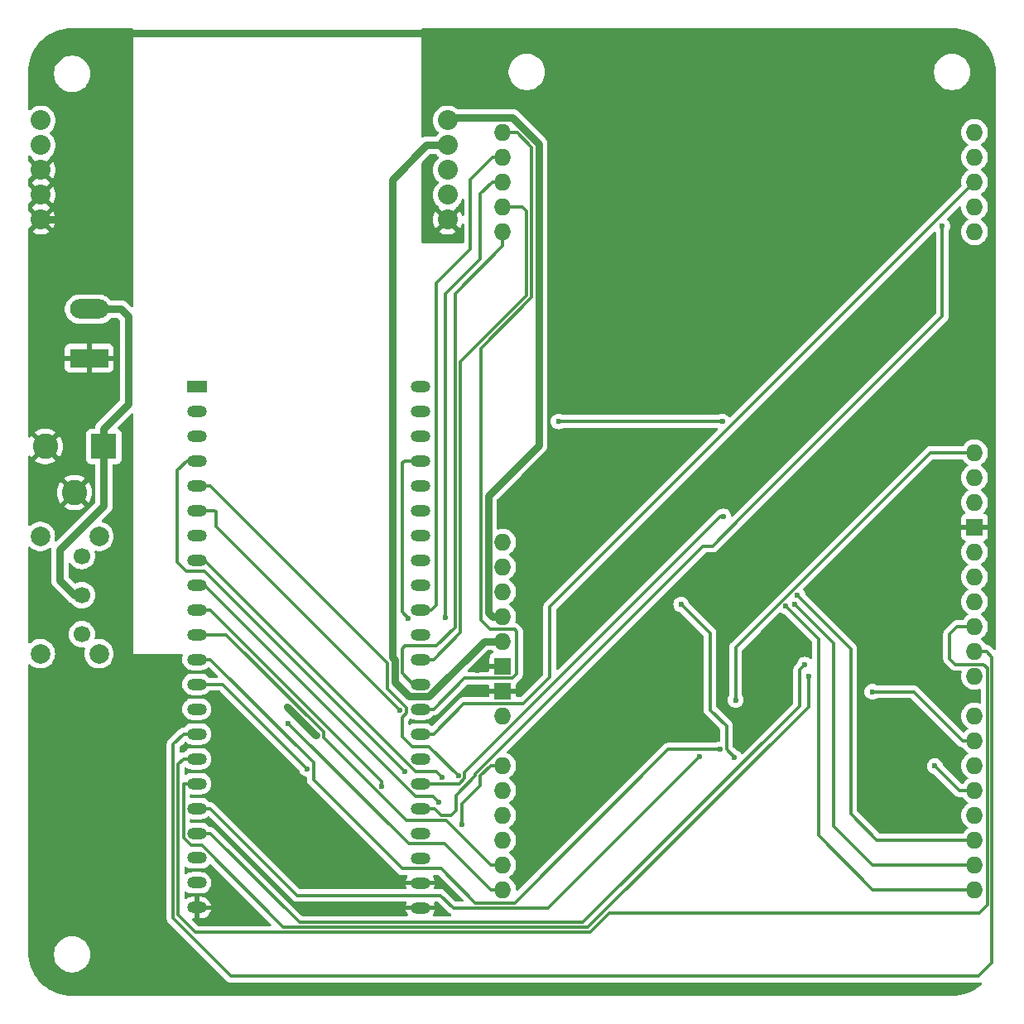
<source format=gbl>
%TF.GenerationSoftware,KiCad,Pcbnew,8.0.0*%
%TF.CreationDate,2024-04-03T20:24:09-04:00*%
%TF.ProjectId,myBaseBoardDesign,6d794261-7365-4426-9f61-726444657369,rev?*%
%TF.SameCoordinates,Original*%
%TF.FileFunction,Copper,L2,Bot*%
%TF.FilePolarity,Positive*%
%FSLAX46Y46*%
G04 Gerber Fmt 4.6, Leading zero omitted, Abs format (unit mm)*
G04 Created by KiCad (PCBNEW 8.0.0) date 2024-04-03 20:24:09*
%MOMM*%
%LPD*%
G01*
G04 APERTURE LIST*
%TA.AperFunction,ComponentPad*%
%ADD10R,3.960000X1.980000*%
%TD*%
%TA.AperFunction,ComponentPad*%
%ADD11O,3.960000X1.980000*%
%TD*%
%TA.AperFunction,ComponentPad*%
%ADD12C,2.000000*%
%TD*%
%TA.AperFunction,ComponentPad*%
%ADD13C,1.700000*%
%TD*%
%TA.AperFunction,ComponentPad*%
%ADD14O,1.727200X1.727200*%
%TD*%
%TA.AperFunction,ComponentPad*%
%ADD15R,1.727200X1.727200*%
%TD*%
%TA.AperFunction,ComponentPad*%
%ADD16C,2.032000*%
%TD*%
%TA.AperFunction,ComponentPad*%
%ADD17R,2.000000X1.200000*%
%TD*%
%TA.AperFunction,ComponentPad*%
%ADD18O,2.000000X1.200000*%
%TD*%
%TA.AperFunction,ComponentPad*%
%ADD19R,2.600000X2.600000*%
%TD*%
%TA.AperFunction,ComponentPad*%
%ADD20C,2.600000*%
%TD*%
%TA.AperFunction,ViaPad*%
%ADD21C,0.700000*%
%TD*%
%TA.AperFunction,ViaPad*%
%ADD22C,0.600000*%
%TD*%
%TA.AperFunction,Conductor*%
%ADD23C,0.762000*%
%TD*%
%TA.AperFunction,Conductor*%
%ADD24C,0.304800*%
%TD*%
G04 APERTURE END LIST*
D10*
%TO.P,J4,1,Pin_1*%
%TO.N,GND*%
X79500000Y-84765000D03*
D11*
%TO.P,J4,2,Pin_2*%
%TO.N,/PWRA*%
X79500000Y-79765000D03*
%TD*%
D12*
%TO.P,SW1,*%
%TO.N,*%
X80500000Y-103000000D03*
X74500000Y-103000000D03*
X80500000Y-115000000D03*
X74500000Y-115000000D03*
D13*
%TO.P,SW1,1,A*%
%TO.N,/PWRB*%
X78750000Y-105000000D03*
%TO.P,SW1,2,B*%
%TO.N,/PWRA*%
X78750000Y-109000000D03*
%TO.P,SW1,3,C*%
%TO.N,unconnected-(SW1-C-Pad3)*%
X78750000Y-113000000D03*
%TD*%
D14*
%TO.P,J1,0,GP0*%
%TO.N,GP0*%
X121790000Y-61680000D03*
%TO.P,J1,1,GP1*%
%TO.N,GP1*%
X121790000Y-139150000D03*
%TO.P,J1,2,GP2*%
%TO.N,GP2*%
X170050000Y-134070000D03*
%TO.P,J1,3,GP3*%
%TO.N,GP3*%
X170050000Y-131530000D03*
%TO.P,J1,4,GP4*%
%TO.N,GP4*%
X170050000Y-128990000D03*
%TO.P,J1,5,GP5*%
%TO.N,GP5*%
X170050000Y-126450000D03*
%TO.P,J1,6,GP6*%
%TO.N,GP6*%
X170050000Y-123910000D03*
%TO.P,J1,7,GP7*%
%TO.N,GP7*%
X170050000Y-121370000D03*
%TO.P,J1,8,GP8*%
%TO.N,GP8*%
X170050000Y-117306000D03*
%TO.P,J1,9,GP9*%
%TO.N,GP9*%
X170050000Y-114766000D03*
%TO.P,J1,10,GP10*%
%TO.N,GP10*%
X170050000Y-112226000D03*
%TO.P,J1,11,GP11*%
%TO.N,GP11*%
X170050000Y-109686000D03*
%TO.P,J1,12,GP12*%
%TO.N,GP12*%
X170050000Y-107146000D03*
%TO.P,J1,13,GP13*%
%TO.N,GP13*%
X170050000Y-104606000D03*
%TO.P,J1,14,GP14*%
%TO.N,GP14*%
X121790000Y-126450000D03*
%TO.P,J1,15,GP15*%
%TO.N,GP15*%
X121790000Y-128990000D03*
%TO.P,J1,16,GP16*%
%TO.N,GP16*%
X121790000Y-131530000D03*
%TO.P,J1,17,GP17*%
%TO.N,GP17*%
X121790000Y-134070000D03*
%TO.P,J1,18,GP18*%
%TO.N,GP18*%
X121790000Y-136610000D03*
%TO.P,J1,21,GP21*%
%TO.N,GP21*%
X170050000Y-69300000D03*
%TO.P,J1,22,VIN*%
%TO.N,VIN*%
X121790000Y-121370000D03*
D15*
%TO.P,J1,23,GND*%
%TO.N,GND*%
X121790000Y-118830000D03*
%TO.P,J1,24,GND*%
X121790000Y-116290000D03*
D14*
%TO.P,J1,25,+5V*%
%TO.N,+5V*%
X121790000Y-113750000D03*
%TO.P,J1,26,+3V3*%
%TO.N,+3V3*%
X121790000Y-111210000D03*
%TO.P,J1,27,~{RST}*%
%TO.N,~{RST}*%
X121790000Y-108670000D03*
%TO.P,J1,28,IOREF*%
%TO.N,unconnected-(J1-IOREF-Pad28)*%
X121790000Y-106130000D03*
%TO.P,J1,29,NC*%
%TO.N,unconnected-(J1-NC-Pad29)*%
X121790000Y-103590000D03*
D15*
%TO.P,J1,30,GND*%
%TO.N,GND*%
X170050000Y-102066000D03*
D14*
%TO.P,J1,32,+3V3*%
%TO.N,+3V3*%
X170050000Y-99526000D03*
%TO.P,J1,35,GP35*%
%TO.N,GP35*%
X121790000Y-71840000D03*
%TO.P,J1,36,GP36*%
%TO.N,GP36*%
X121790000Y-69300000D03*
%TO.P,J1,37,GP37*%
%TO.N,GP37*%
X121790000Y-66760000D03*
%TO.P,J1,38,GP38*%
%TO.N,GP38*%
X121790000Y-64220000D03*
%TO.P,J1,39,GP39*%
%TO.N,GP39*%
X170050000Y-64220000D03*
%TO.P,J1,40,TX_GP40*%
%TO.N,GP40*%
X170050000Y-139150000D03*
%TO.P,J1,41,RX_GP41*%
%TO.N,GP41*%
X170050000Y-136610000D03*
%TO.P,J1,42,GP42*%
%TO.N,GP42*%
X170050000Y-61680000D03*
%TO.P,J1,45,GP45*%
%TO.N,GP45*%
X170050000Y-66760000D03*
%TO.P,J1,46,GP46*%
%TO.N,GP46*%
X170050000Y-71840000D03*
%TO.P,J1,47,SDA_GP47*%
%TO.N,GP47*%
X170050000Y-96986000D03*
%TO.P,J1,48,SCL_GP48*%
%TO.N,GP48*%
X170050000Y-94446000D03*
D16*
%TO.P,J1,53,VIN*%
%TO.N,VIN*%
X74550000Y-60460000D03*
%TO.P,J1,54,VIN*%
X74550000Y-63000000D03*
%TO.P,J1,55,GND*%
%TO.N,GND*%
X74550000Y-65540000D03*
%TO.P,J1,56,GND*%
X74550000Y-68080000D03*
%TO.P,J1,57,GND*%
X74550000Y-70620000D03*
%TO.P,J1,58,GND*%
X116165000Y-70620000D03*
%TO.P,J1,59,VOUT2*%
%TO.N,unconnected-(J1-VOUT2-Pad59)*%
X116165000Y-68080000D03*
%TO.P,J1,60,VOUT1*%
%TO.N,unconnected-(J1-VOUT1-Pad60)*%
X116165000Y-65540000D03*
%TO.P,J1,61,+5V*%
%TO.N,+5V*%
X116165000Y-63000000D03*
%TO.P,J1,62,+3V3*%
%TO.N,+3V3*%
X116165000Y-60460000D03*
%TD*%
D17*
%TO.P,U1,1,3V3*%
%TO.N,unconnected-(U1-3V3-Pad1)*%
X90500000Y-87640000D03*
D18*
%TO.P,U1,2,3V3*%
%TO.N,unconnected-(U1-3V3-Pad1)_0*%
X90500000Y-90180000D03*
%TO.P,U1,3,CHIP_PU*%
%TO.N,~{RST}*%
X90500000Y-92720000D03*
%TO.P,U1,4,GPIO4/ADC1_CH3*%
%TO.N,GP4*%
X90500000Y-95260000D03*
%TO.P,U1,5,GPIO5/ADC1_CH4*%
%TO.N,GP5*%
X90500000Y-97800000D03*
%TO.P,U1,6,GPIO6/ADC1_CH5*%
%TO.N,GP6*%
X90500000Y-100340000D03*
%TO.P,U1,7,GPIO7/ADC1_CH6*%
%TO.N,GP7*%
X90500000Y-102880000D03*
%TO.P,U1,8,GPIO15/ADC2_CH4/32K_P*%
%TO.N,GP15*%
X90500000Y-105420000D03*
%TO.P,U1,9,GPIO16/ADC2_CH5/32K_N*%
%TO.N,GP16*%
X90500000Y-107960000D03*
%TO.P,U1,10,GPIO17/ADC2_CH6*%
%TO.N,GP17*%
X90500000Y-110500000D03*
%TO.P,U1,11,GPIO18/ADC2_CH7*%
%TO.N,GP18*%
X90500000Y-113040000D03*
%TO.P,U1,12,GPIO8/ADC1_CH7*%
%TO.N,GP8*%
X90500000Y-115580000D03*
%TO.P,U1,13,GPIO3/ADC1_CH2*%
%TO.N,GP3*%
X90500000Y-118120000D03*
%TO.P,U1,14,GPIO46*%
%TO.N,GP46*%
X90500000Y-120660000D03*
%TO.P,U1,15,GPIO9/ADC1_CH8*%
%TO.N,GP9*%
X90500000Y-123200000D03*
%TO.P,U1,16,GPIO10/ADC1_CH9*%
%TO.N,GP10*%
X90500000Y-125740000D03*
%TO.P,U1,17,GPIO11/ADC2_CH0*%
%TO.N,GP11*%
X90500000Y-128280000D03*
%TO.P,U1,18,GPIO12/ADC2_CH1*%
%TO.N,GP12*%
X90500000Y-130820000D03*
%TO.P,U1,19,GPIO13/ADC2_CH2*%
%TO.N,GP13*%
X90500000Y-133360000D03*
%TO.P,U1,20,GPIO14/ADC2_CH3*%
%TO.N,GP14*%
X90496320Y-135897280D03*
%TO.P,U1,21,5V*%
%TO.N,+5V*%
X90496320Y-138437280D03*
%TO.P,U1,22,GND*%
%TO.N,GND*%
X90496320Y-140977280D03*
%TO.P,U1,23,GND*%
X113360000Y-140980000D03*
%TO.P,U1,24,GND*%
X113360000Y-138440000D03*
%TO.P,U1,25,GPIO19/USB_D-*%
%TO.N,unconnected-(U1-GPIO19{slash}USB_D--Pad25)*%
X113360000Y-135900000D03*
%TO.P,U1,26,GPIO20/USB_D+*%
%TO.N,unconnected-(U1-GPIO20{slash}USB_D+-Pad26)*%
X113360000Y-133360000D03*
%TO.P,U1,27,GPIO21*%
%TO.N,GP21*%
X113360000Y-130820000D03*
%TO.P,U1,28,GPIO47*%
%TO.N,GP47*%
X113360000Y-128280000D03*
%TO.P,U1,29,GPIO48*%
%TO.N,GP48*%
X113360000Y-125740000D03*
%TO.P,U1,30,GPIO45*%
%TO.N,GP45*%
X113360000Y-123200000D03*
%TO.P,U1,31,GPIO0*%
%TO.N,GP0*%
X113360000Y-120660000D03*
%TO.P,U1,32,GPIO35*%
%TO.N,GP35*%
X113360000Y-118120000D03*
%TO.P,U1,33,GPIO36*%
%TO.N,GP36*%
X113360000Y-115580000D03*
%TO.P,U1,34,GPIO37*%
%TO.N,GP37*%
X113360000Y-113040000D03*
%TO.P,U1,35,GPIO38*%
%TO.N,GP38*%
X113360000Y-110500000D03*
%TO.P,U1,36,GPIO39/MTCK*%
%TO.N,GP39*%
X113360000Y-107960000D03*
%TO.P,U1,37,GPIO40/MTDO*%
%TO.N,GP40*%
X113360000Y-105420000D03*
%TO.P,U1,38,GPIO41/MTDI*%
%TO.N,GP41*%
X113360000Y-102880000D03*
%TO.P,U1,39,GPIO42/MTMS*%
%TO.N,GP42*%
X113360000Y-100340000D03*
%TO.P,U1,40,GPIO2/ADC1_CH1*%
%TO.N,GP2*%
X113360000Y-97800000D03*
%TO.P,U1,41,GPIO1/ADC1_CH0*%
%TO.N,GP1*%
X113360000Y-95260000D03*
%TO.P,U1,42,GPIO44/U0RXD*%
%TO.N,unconnected-(U1-GPIO44{slash}U0RXD-Pad42)*%
X113360000Y-92720000D03*
%TO.P,U1,43,GPIO43/U0TXD*%
%TO.N,unconnected-(U1-GPIO43{slash}U0TXD-Pad43)*%
X113360000Y-90180000D03*
%TO.P,U1,44,GND*%
%TO.N,GND*%
X113360000Y-87640000D03*
%TD*%
D19*
%TO.P,J2,1*%
%TO.N,/PWRA*%
X81000000Y-93800000D03*
D20*
%TO.P,J2,2*%
%TO.N,GND*%
X75000000Y-93800000D03*
%TO.P,J2,3*%
X78000000Y-98500000D03*
%TD*%
D21*
%TO.N,VIN*%
X102731800Y-123316900D03*
X99749500Y-120453600D03*
D22*
%TO.N,GND*%
X90500000Y-149000000D03*
X150000000Y-70000000D03*
X160000000Y-65000000D03*
X145000000Y-60000000D03*
X79000000Y-117000000D03*
X123750000Y-136500000D03*
X160000000Y-60000000D03*
X155000000Y-90000000D03*
X140000000Y-116000000D03*
X140000000Y-89000000D03*
X129000000Y-131750000D03*
X116000000Y-55250000D03*
X134000000Y-116000000D03*
X150000000Y-60000000D03*
X75500000Y-90000000D03*
X86000000Y-146500000D03*
X140000000Y-70000000D03*
X130000000Y-75000000D03*
X110000000Y-137000000D03*
X137500000Y-86000000D03*
X84000000Y-149000000D03*
X171000000Y-86000000D03*
X171000000Y-83500000D03*
X116500000Y-139500000D03*
X144250000Y-115750000D03*
X160000000Y-85000000D03*
X127800000Y-112600000D03*
X108000000Y-138500000D03*
X135000000Y-70000000D03*
X140000000Y-55000000D03*
X123600000Y-118400000D03*
X102600000Y-141000000D03*
X171000000Y-78000000D03*
X103000000Y-149000000D03*
X102000000Y-138500000D03*
X145000000Y-55000000D03*
X130000000Y-65000000D03*
X124400000Y-117200000D03*
X105800000Y-141000000D03*
X135000000Y-65000000D03*
X164750000Y-132000000D03*
X120250000Y-115250000D03*
X130000000Y-55000000D03*
X150000000Y-95000000D03*
X75500000Y-79500000D03*
X120000000Y-118800000D03*
X139500000Y-86000000D03*
X79500000Y-74000000D03*
X130000000Y-80000000D03*
X167500000Y-88500000D03*
X118000000Y-149000000D03*
X130000000Y-92500000D03*
X155000000Y-60000000D03*
X86000000Y-140000000D03*
X155000000Y-75000000D03*
X124000000Y-132000000D03*
X132500000Y-86000000D03*
X164000000Y-93000000D03*
D21*
X116000000Y-51500000D03*
D22*
X164500000Y-123500000D03*
X165000000Y-80000000D03*
X135000000Y-86000000D03*
X142000000Y-149000000D03*
X86000000Y-144500000D03*
X162000000Y-109000000D03*
X82800000Y-113400000D03*
X140000000Y-60000000D03*
X79200000Y-128800000D03*
X160000000Y-70000000D03*
X130000000Y-70000000D03*
X127750000Y-115000000D03*
X129500000Y-113000000D03*
X155000000Y-55000000D03*
X145000000Y-113000000D03*
X135000000Y-80000000D03*
X145000000Y-75000000D03*
X130000000Y-60000000D03*
X86000000Y-124500000D03*
X118600000Y-118800000D03*
X145600000Y-98800000D03*
X155000000Y-70000000D03*
X86000000Y-128500000D03*
X115400000Y-141400000D03*
X119250000Y-116750000D03*
X158000000Y-93000000D03*
X93000000Y-124000000D03*
X75500000Y-109500000D03*
X171000000Y-80500000D03*
X150000000Y-65000000D03*
X130000000Y-89000000D03*
X140000000Y-75000000D03*
X148000000Y-116000000D03*
X135000000Y-60000000D03*
X158000000Y-98500000D03*
X160000000Y-55000000D03*
X171000000Y-75500000D03*
X97000000Y-124000000D03*
X76500000Y-74000000D03*
X145000000Y-65000000D03*
X108200000Y-141000000D03*
X140000000Y-80000000D03*
X97000000Y-142400000D03*
X169000000Y-119500000D03*
X93600000Y-142400000D03*
X75500000Y-101000000D03*
X94400000Y-139800000D03*
X75500000Y-112500000D03*
X145000000Y-80000000D03*
X152000000Y-98500000D03*
X135000000Y-92500000D03*
X129000000Y-86000000D03*
X151000000Y-116000000D03*
X75500000Y-84500000D03*
X150000000Y-55000000D03*
X135000000Y-55000000D03*
X115400000Y-138400000D03*
X167500000Y-103500000D03*
X135000000Y-75000000D03*
X135000000Y-89000000D03*
X150000000Y-75000000D03*
X158000000Y-113000000D03*
X161750000Y-132000000D03*
X150000000Y-80000000D03*
X125000000Y-115000000D03*
X155000000Y-65000000D03*
X163000000Y-149000000D03*
X163500000Y-107500000D03*
X140000000Y-65000000D03*
X129000000Y-149000000D03*
X145000000Y-70000000D03*
%TO.N,GP6*%
X111301300Y-120809600D03*
X159593300Y-118894400D03*
%TO.N,GP3*%
X101767400Y-126770400D03*
%TO.N,GP17*%
X109412700Y-128572800D03*
%TO.N,GP8*%
X144000000Y-124781400D03*
%TO.N,GP48*%
X145617900Y-119735000D03*
%TO.N,GP40*%
X150733900Y-110158300D03*
%TO.N,GP14*%
X117633400Y-132460800D03*
%TO.N,GP37*%
X115905200Y-111303200D03*
%TO.N,GP7*%
X145500000Y-125624100D03*
X140038250Y-109961750D03*
%TO.N,GP46*%
X144250000Y-91250000D03*
X127500000Y-91250000D03*
%TO.N,GP12*%
X141959500Y-125500000D03*
%TO.N,GP4*%
X111809600Y-127092800D03*
X166000000Y-126500000D03*
%TO.N,GP16*%
X115278950Y-130221050D03*
%TO.N,GP5*%
X117242600Y-127478700D03*
%TO.N,GP1*%
X112133000Y-111369100D03*
X99832800Y-122104000D03*
%TO.N,GP41*%
X151688700Y-109947100D03*
%TO.N,GP21*%
X166750000Y-71250000D03*
%TO.N,GP11*%
X153057000Y-117307100D03*
%TO.N,GP13*%
X152703100Y-116120900D03*
%TO.N,GP15*%
X115572800Y-127610800D03*
%TO.N,GP2*%
X151928700Y-109047600D03*
%TO.N,GP47*%
X144361300Y-100960900D03*
%TD*%
D23*
%TO.N,VIN*%
X102612800Y-123316900D02*
X102731800Y-123316900D01*
X99749500Y-120453600D02*
X102612800Y-123316900D01*
%TO.N,GND*%
X81500000Y-52500000D02*
X81500000Y-58000000D01*
X116000000Y-51500000D02*
X82500000Y-51500000D01*
X82500000Y-51500000D02*
X81500000Y-52500000D01*
X81500000Y-58000000D02*
X79000000Y-60500000D01*
X77380000Y-70620000D02*
X74550000Y-70620000D01*
X79000000Y-60500000D02*
X79000000Y-69000000D01*
X79000000Y-69000000D02*
X77380000Y-70620000D01*
D24*
%TO.N,GP6*%
X163816800Y-118894500D02*
X159593300Y-118894500D01*
X92500000Y-100500000D02*
X92500000Y-102008300D01*
X90500000Y-100340000D02*
X92340000Y-100340000D01*
X159593300Y-118894500D02*
X159593300Y-118894400D01*
X168832300Y-123910000D02*
X163816800Y-118894500D01*
X92340000Y-100340000D02*
X92500000Y-100500000D01*
X92500000Y-102008300D02*
X111301300Y-120809600D01*
X170050000Y-123910000D02*
X168832300Y-123910000D01*
%TO.N,GP3*%
X101767400Y-126770400D02*
X93117000Y-118120000D01*
X93117000Y-118120000D02*
X91854100Y-118120000D01*
X90500000Y-118120000D02*
X91854100Y-118120000D01*
%TO.N,GP36*%
X124261800Y-69761800D02*
X123800000Y-69300000D01*
X113360000Y-115580000D02*
X114714100Y-115580000D01*
X124261800Y-78330600D02*
X124261800Y-69761800D01*
X117424700Y-112869400D02*
X117424700Y-85167700D01*
X123800000Y-69300000D02*
X121790000Y-69300000D01*
X117424700Y-85167700D02*
X124261800Y-78330600D01*
X114714100Y-115580000D02*
X117424700Y-112869400D01*
D23*
%TO.N,+3V3*%
X125500000Y-93677000D02*
X120311900Y-98865100D01*
X120311900Y-98865100D02*
X120311900Y-110811900D01*
X120710000Y-111210000D02*
X121790000Y-111210000D01*
X120311900Y-110811900D02*
X120710000Y-111210000D01*
X125500000Y-62891600D02*
X125500000Y-93677000D01*
X116448300Y-60176700D02*
X122785100Y-60176700D01*
X116165000Y-60460000D02*
X116448300Y-60176700D01*
X122785100Y-60176700D02*
X125500000Y-62891600D01*
D24*
%TO.N,GP17*%
X91854100Y-110500000D02*
X109412700Y-128058600D01*
X109412700Y-128058600D02*
X109412700Y-128572800D01*
X90500000Y-110500000D02*
X91854100Y-110500000D01*
%TO.N,GP8*%
X115509000Y-137000000D02*
X111500000Y-137000000D01*
X111500000Y-137000000D02*
X102421500Y-127921500D01*
X144000000Y-124781400D02*
X138718600Y-124781400D01*
X138718600Y-124781400D02*
X123004800Y-140495200D01*
X91854100Y-115580000D02*
X90500000Y-115580000D01*
X102421500Y-126147400D02*
X91854100Y-115580000D01*
X102421500Y-127921500D02*
X102421500Y-126147400D01*
X123004800Y-140495200D02*
X119004200Y-140495200D01*
X119004200Y-140495200D02*
X115509000Y-137000000D01*
%TO.N,GP48*%
X170050000Y-94446000D02*
X165521300Y-94446000D01*
X165521300Y-94446000D02*
X145617900Y-114349400D01*
X145617900Y-114349400D02*
X145617900Y-119735000D01*
%TO.N,GP18*%
X90500000Y-113040000D02*
X91854100Y-113040000D01*
X93494500Y-113040000D02*
X103466900Y-123012400D01*
X116033600Y-132071300D02*
X120572300Y-136610000D01*
X111960200Y-132071300D02*
X116033600Y-132071300D01*
X103466900Y-123578000D02*
X111960200Y-132071300D01*
X121790000Y-136610000D02*
X120572300Y-136610000D01*
X91854100Y-113040000D02*
X93494500Y-113040000D01*
X103466900Y-123012400D02*
X103466900Y-123578000D01*
%TO.N,GP40*%
X154093400Y-133593400D02*
X159650000Y-139150000D01*
X150733900Y-110158300D02*
X154093400Y-113517800D01*
X159650000Y-139150000D02*
X170050000Y-139150000D01*
X154093400Y-113517800D02*
X154093400Y-133593400D01*
%TO.N,GP9*%
X170436200Y-148000000D02*
X171847100Y-146589100D01*
X94000000Y-148000000D02*
X170436200Y-148000000D01*
X171847100Y-146589100D02*
X171847100Y-115341786D01*
X89145900Y-123200000D02*
X88079600Y-124266300D01*
X88079600Y-124266300D02*
X88079600Y-142079600D01*
X88079600Y-142079600D02*
X94000000Y-148000000D01*
X90500000Y-123200000D02*
X89145900Y-123200000D01*
X169408000Y-114766000D02*
X170050000Y-114766000D01*
X171271314Y-114766000D02*
X170050000Y-114766000D01*
X171847100Y-115341786D02*
X171271314Y-114766000D01*
%TO.N,GP14*%
X117633400Y-130366600D02*
X117633400Y-132460800D01*
X120550000Y-126450000D02*
X119500000Y-127500000D01*
X121790000Y-126450000D02*
X120550000Y-126450000D01*
X119500000Y-127500000D02*
X119500000Y-128500000D01*
X119500000Y-128500000D02*
X117633400Y-130366600D01*
%TO.N,GP37*%
X119506700Y-74627000D02*
X115905200Y-78228500D01*
X119506700Y-67993300D02*
X119506700Y-74627000D01*
X115905200Y-78228500D02*
X115905200Y-111303200D01*
X120740000Y-66760000D02*
X119506700Y-67993300D01*
X121790000Y-66760000D02*
X120740000Y-66760000D01*
D23*
%TO.N,+5V*%
X119868500Y-113750000D02*
X114270800Y-119347700D01*
X110500000Y-66500000D02*
X114000000Y-63000000D01*
X121790000Y-113750000D02*
X119868500Y-113750000D01*
X110500000Y-115408716D02*
X110500000Y-66500000D01*
X110734200Y-115642916D02*
X110500000Y-115408716D01*
X114000000Y-63000000D02*
X116165000Y-63000000D01*
X112167300Y-119347700D02*
X110734200Y-117914600D01*
X110734200Y-117914600D02*
X110734200Y-115642916D01*
X114270800Y-119347700D02*
X112167300Y-119347700D01*
D24*
%TO.N,GP10*%
X88588400Y-126297500D02*
X88588400Y-141735950D01*
X132713895Y-141500000D02*
X170500000Y-141500000D01*
X170500000Y-141500000D02*
X171342300Y-140657700D01*
X168274000Y-112226000D02*
X170050000Y-112226000D01*
X123420579Y-143497600D02*
X125079421Y-143497600D01*
X171342300Y-140657700D02*
X171342300Y-116500000D01*
X125081821Y-143500000D02*
X130713895Y-143500000D01*
X168090000Y-116090000D02*
X167500000Y-115500000D01*
X89145900Y-125740000D02*
X88588400Y-126297500D01*
X167500000Y-115500000D02*
X167500000Y-113000000D01*
X130713895Y-143500000D02*
X132713895Y-141500000D01*
X125079421Y-143497600D02*
X125081821Y-143500000D01*
X167500000Y-113000000D02*
X168274000Y-112226000D01*
X171342300Y-116500000D02*
X170932300Y-116090000D01*
X90500000Y-125740000D02*
X89145900Y-125740000D01*
X88588400Y-141735950D02*
X90352450Y-143500000D01*
X170932300Y-116090000D02*
X168090000Y-116090000D01*
X123418179Y-143500000D02*
X123420579Y-143497600D01*
X90352450Y-143500000D02*
X123418179Y-143500000D01*
%TO.N,GP7*%
X144678500Y-124802600D02*
X144678500Y-122428500D01*
X145500000Y-125624100D02*
X144678500Y-124802600D01*
X143000000Y-120750000D02*
X143000000Y-112923500D01*
X144678500Y-122428500D02*
X143000000Y-120750000D01*
X143000000Y-112923500D02*
X140038250Y-109961750D01*
%TO.N,GP45*%
X114714100Y-123200000D02*
X117814100Y-120100000D01*
X113360000Y-123200000D02*
X114714100Y-123200000D01*
X123900000Y-120100000D02*
X126600000Y-117400000D01*
X126600000Y-117400000D02*
X126600000Y-110210000D01*
X126600000Y-110210000D02*
X170050000Y-66760000D01*
X117814100Y-120100000D02*
X123900000Y-120100000D01*
%TO.N,GP46*%
X144250000Y-91250000D02*
X127500000Y-91250000D01*
%TO.N,GP12*%
X126459500Y-141000000D02*
X116740500Y-141000000D01*
X100744100Y-139710000D02*
X91854100Y-130820000D01*
X91854100Y-130820000D02*
X90500000Y-130820000D01*
X115450500Y-139710000D02*
X100744100Y-139710000D01*
X141959500Y-125500000D02*
X126459500Y-141000000D01*
X116740500Y-141000000D02*
X115450500Y-139710000D01*
%TO.N,GP4*%
X91246200Y-106529400D02*
X111809600Y-127092800D01*
X168510000Y-128990000D02*
X170050000Y-128990000D01*
X89430250Y-106529400D02*
X91246200Y-106529400D01*
X89490000Y-95260000D02*
X88500000Y-96250000D01*
X90500000Y-95260000D02*
X89490000Y-95260000D01*
X168500000Y-129000000D02*
X168510000Y-128990000D01*
X166000000Y-126500000D02*
X168500000Y-129000000D01*
X88500000Y-96250000D02*
X88500000Y-105599150D01*
X88500000Y-105599150D02*
X89430250Y-106529400D01*
%TO.N,GP35*%
X121790000Y-71840000D02*
X121790000Y-73315600D01*
X111500000Y-114500000D02*
X111500000Y-117000000D01*
X111500000Y-117000000D02*
X112620000Y-118120000D01*
X116918200Y-112281800D02*
X115000000Y-114200000D01*
X112620000Y-118120000D02*
X113360000Y-118120000D01*
X121790000Y-73315600D02*
X116918200Y-78187400D01*
X115000000Y-114200000D02*
X111800000Y-114200000D01*
X116918200Y-78187400D02*
X116918200Y-112281800D01*
X111800000Y-114200000D02*
X111500000Y-114500000D01*
%TO.N,GP16*%
X112871000Y-129569300D02*
X91261700Y-107960000D01*
X115278950Y-130221050D02*
X114627200Y-129569300D01*
X91261700Y-107960000D02*
X90500000Y-107960000D01*
X114627200Y-129569300D02*
X112871000Y-129569300D01*
%TO.N,GP5*%
X110000800Y-118584200D02*
X110000900Y-118584200D01*
X91854100Y-97800000D02*
X110000800Y-115946700D01*
X111953700Y-121079833D02*
X111500000Y-121533533D01*
X112500000Y-124500000D02*
X114263900Y-124500000D01*
X111500000Y-121533533D02*
X111500000Y-123500000D01*
X111953700Y-120537000D02*
X111953700Y-121079833D01*
X111500000Y-123500000D02*
X112500000Y-124500000D01*
X110000900Y-118584200D02*
X111953700Y-120537000D01*
X114263900Y-124500000D02*
X117242600Y-127478700D01*
X90500000Y-97800000D02*
X91854100Y-97800000D01*
X110000800Y-115946700D02*
X110000800Y-118584200D01*
%TO.N,GP1*%
X111740000Y-95260000D02*
X111500000Y-95500000D01*
X115864600Y-134442300D02*
X120572300Y-139150000D01*
X99832800Y-122104000D02*
X112171100Y-134442300D01*
X111500000Y-95500000D02*
X111500000Y-110736100D01*
X121790000Y-139150000D02*
X120572300Y-139150000D01*
X111500000Y-110736100D02*
X112133000Y-111369100D01*
X112171100Y-134442300D02*
X115864600Y-134442300D01*
X113360000Y-95260000D02*
X111740000Y-95260000D01*
%TO.N,GP0*%
X122800300Y-117507700D02*
X123204700Y-117103300D01*
X120500000Y-112500000D02*
X119544900Y-111544900D01*
X117866400Y-117507700D02*
X122800300Y-117507700D01*
X123204700Y-112704700D02*
X123000000Y-112500000D01*
X123000000Y-112500000D02*
X120500000Y-112500000D01*
X119544900Y-111544900D02*
X119544900Y-83763700D01*
X114714100Y-120660000D02*
X117866400Y-117507700D01*
X113360000Y-120660000D02*
X114714100Y-120660000D01*
X123204700Y-117103300D02*
X123204700Y-112704700D01*
X123251216Y-61680000D02*
X121790000Y-61680000D01*
X124766600Y-63195384D02*
X123251216Y-61680000D01*
X119544900Y-83763700D02*
X124766600Y-78542000D01*
X124766600Y-78542000D02*
X124766600Y-63195384D01*
%TO.N,GP38*%
X115000000Y-110000000D02*
X114500000Y-110500000D01*
X115000000Y-77140600D02*
X115000000Y-110000000D01*
X118500000Y-73640600D02*
X115000000Y-77140600D01*
X121790000Y-64220000D02*
X120780000Y-64220000D01*
X120780000Y-64220000D02*
X118500000Y-66500000D01*
X114500000Y-110500000D02*
X113360000Y-110500000D01*
X118500000Y-66500000D02*
X118500000Y-73640600D01*
%TO.N,GP41*%
X151688700Y-109947100D02*
X155671500Y-113929900D01*
X159610000Y-136610000D02*
X170050000Y-136610000D01*
X155671500Y-132671500D02*
X159610000Y-136610000D01*
X155671500Y-113929900D02*
X155671500Y-132671500D01*
%TO.N,GP21*%
X146250000Y-101000000D02*
X166750000Y-80500000D01*
X166750000Y-80500000D02*
X166750000Y-71250000D01*
X117000000Y-131000000D02*
X117000000Y-129500000D01*
X115500000Y-131500000D02*
X116500000Y-131500000D01*
X142286104Y-104000000D02*
X143250000Y-104000000D01*
X118995200Y-127504800D02*
X118995200Y-127290904D01*
X116500000Y-131500000D02*
X117000000Y-131000000D01*
X118995200Y-127290904D02*
X142286104Y-104000000D01*
X113360000Y-130820000D02*
X114820000Y-130820000D01*
X117000000Y-129500000D02*
X118995200Y-127504800D01*
X143250000Y-104000000D02*
X146250000Y-101000000D01*
X114820000Y-130820000D02*
X115500000Y-131500000D01*
%TO.N,GP11*%
X123209083Y-142995200D02*
X123211484Y-142992800D01*
X89145900Y-133852500D02*
X89922000Y-134628600D01*
X90994700Y-134628600D02*
X99361300Y-142995200D01*
X125288516Y-142992800D02*
X125290916Y-142995200D01*
X89922000Y-134628600D02*
X90994700Y-134628600D01*
X90500000Y-128280000D02*
X89145900Y-128280000D01*
X125290916Y-142995200D02*
X130504800Y-142995200D01*
X99361300Y-142995200D02*
X123209083Y-142995200D01*
X89145900Y-128280000D02*
X89145900Y-133852500D01*
X130504800Y-142995200D02*
X153057000Y-120443000D01*
X123211484Y-142992800D02*
X125288516Y-142992800D01*
X153057000Y-120443000D02*
X153057000Y-117307100D01*
%TO.N,GP13*%
X123002389Y-142488000D02*
X125497611Y-142488000D01*
X122999987Y-142490400D02*
X123002389Y-142488000D01*
X125497611Y-142488000D02*
X125500011Y-142490400D01*
X130009600Y-142490400D02*
X152169500Y-120330500D01*
X125500011Y-142490400D02*
X130009600Y-142490400D01*
X100984500Y-142490400D02*
X122999987Y-142490400D01*
X152169500Y-116654500D02*
X152703100Y-116120900D01*
X152169500Y-120330500D02*
X152169500Y-116654500D01*
X90500000Y-133360000D02*
X91854100Y-133360000D01*
X91854100Y-133360000D02*
X100984500Y-142490400D01*
%TO.N,GP15*%
X90500000Y-105420000D02*
X91269100Y-105420000D01*
X112859100Y-127010000D02*
X114972000Y-127010000D01*
X114972000Y-127010000D02*
X115572800Y-127610800D01*
X91269100Y-105420000D02*
X112859100Y-127010000D01*
%TO.N,GP2*%
X157379400Y-114498300D02*
X157379400Y-131379400D01*
X157379400Y-131379400D02*
X160070000Y-134070000D01*
X151928700Y-109047600D02*
X157379400Y-114498300D01*
X160070000Y-134070000D02*
X170050000Y-134070000D01*
%TO.N,GP47*%
X117363933Y-128280000D02*
X117895000Y-127748933D01*
X113360000Y-128280000D02*
X117363933Y-128280000D01*
X117895000Y-127748933D02*
X117895000Y-127105000D01*
X117895000Y-127105000D02*
X144039100Y-100960900D01*
X144039100Y-100960900D02*
X144361300Y-100960900D01*
D23*
%TO.N,/PWRA*%
X81000000Y-92000000D02*
X81000000Y-93800000D01*
X79500000Y-79765000D02*
X82765000Y-79765000D01*
X81000000Y-99888500D02*
X76500000Y-104388500D01*
X81000000Y-93800000D02*
X81000000Y-99888500D01*
X78000000Y-109000000D02*
X78750000Y-109000000D01*
X83500000Y-89500000D02*
X81000000Y-92000000D01*
X82765000Y-79765000D02*
X83500000Y-80500000D01*
X76500000Y-107500000D02*
X78000000Y-109000000D01*
X76500000Y-104388500D02*
X76500000Y-107500000D01*
X83500000Y-80500000D02*
X83500000Y-89500000D01*
%TD*%
%TA.AperFunction,Conductor*%
%TO.N,GND*%
G36*
X83919334Y-90429809D02*
G01*
X83975267Y-90471681D01*
X83999684Y-90537145D01*
X84000000Y-90545991D01*
X84000000Y-115000000D01*
X88960649Y-115000000D01*
X89027688Y-115019685D01*
X89073443Y-115072489D01*
X89083387Y-115141647D01*
X89078582Y-115162308D01*
X89026598Y-115322299D01*
X88999500Y-115493389D01*
X88999500Y-115666611D01*
X89026598Y-115837701D01*
X89080127Y-116002445D01*
X89158768Y-116156788D01*
X89260586Y-116296928D01*
X89383072Y-116419414D01*
X89523212Y-116521232D01*
X89677555Y-116599873D01*
X89842299Y-116653402D01*
X90013389Y-116680500D01*
X90013390Y-116680500D01*
X90986610Y-116680500D01*
X90986611Y-116680500D01*
X91157701Y-116653402D01*
X91322445Y-116599873D01*
X91476788Y-116521232D01*
X91616928Y-116419414D01*
X91616930Y-116419411D01*
X91620006Y-116417177D01*
X91685812Y-116393697D01*
X91753866Y-116409522D01*
X91780573Y-116429814D01*
X92606178Y-117255419D01*
X92639663Y-117316742D01*
X92634679Y-117386434D01*
X92592807Y-117442367D01*
X92527343Y-117466784D01*
X92518497Y-117467100D01*
X91849114Y-117467100D01*
X91782075Y-117447415D01*
X91748797Y-117415987D01*
X91739414Y-117403072D01*
X91616928Y-117280586D01*
X91476788Y-117178768D01*
X91322445Y-117100127D01*
X91157701Y-117046598D01*
X91157699Y-117046597D01*
X91157698Y-117046597D01*
X91026271Y-117025781D01*
X90986611Y-117019500D01*
X90013389Y-117019500D01*
X89973728Y-117025781D01*
X89842302Y-117046597D01*
X89677552Y-117100128D01*
X89523211Y-117178768D01*
X89443256Y-117236859D01*
X89383072Y-117280586D01*
X89383070Y-117280588D01*
X89383069Y-117280588D01*
X89260588Y-117403069D01*
X89260588Y-117403070D01*
X89260586Y-117403072D01*
X89228369Y-117447415D01*
X89158768Y-117543211D01*
X89080128Y-117697552D01*
X89026597Y-117862302D01*
X89015422Y-117932859D01*
X88999500Y-118033389D01*
X88999500Y-118206611D01*
X89026598Y-118377701D01*
X89080127Y-118542445D01*
X89158768Y-118696788D01*
X89260586Y-118836928D01*
X89383072Y-118959414D01*
X89523212Y-119061232D01*
X89677555Y-119139873D01*
X89842299Y-119193402D01*
X90013389Y-119220500D01*
X90013390Y-119220500D01*
X90986610Y-119220500D01*
X90986611Y-119220500D01*
X91157701Y-119193402D01*
X91322445Y-119139873D01*
X91476788Y-119061232D01*
X91616928Y-118959414D01*
X91739414Y-118836928D01*
X91748797Y-118824013D01*
X91804126Y-118781349D01*
X91849114Y-118772900D01*
X92795197Y-118772900D01*
X92862236Y-118792585D01*
X92882878Y-118809219D01*
X100946108Y-126872449D01*
X100979593Y-126933772D01*
X100981647Y-126946244D01*
X100982030Y-126949649D01*
X101041610Y-127119921D01*
X101096073Y-127206598D01*
X101137584Y-127272662D01*
X101265138Y-127400216D01*
X101417878Y-127496189D01*
X101588145Y-127555768D01*
X101588150Y-127555769D01*
X101658482Y-127563693D01*
X101722896Y-127590759D01*
X101762452Y-127648353D01*
X101768600Y-127686913D01*
X101768600Y-127985807D01*
X101782820Y-128057292D01*
X101782820Y-128057293D01*
X101793689Y-128111936D01*
X101793691Y-128111944D01*
X101842907Y-128230762D01*
X101914362Y-128337704D01*
X101914363Y-128337705D01*
X111083795Y-137507136D01*
X111083798Y-137507139D01*
X111083801Y-137507141D01*
X111190736Y-137578592D01*
X111309556Y-137627809D01*
X111309560Y-137627809D01*
X111309561Y-137627810D01*
X111435692Y-137652900D01*
X111435695Y-137652900D01*
X111928824Y-137652900D01*
X111995863Y-137672585D01*
X112041618Y-137725389D01*
X112051562Y-137794547D01*
X112029141Y-137849787D01*
X112019196Y-137863473D01*
X111940591Y-138017744D01*
X111887085Y-138182415D01*
X111885884Y-138189999D01*
X111885885Y-138190000D01*
X113044314Y-138190000D01*
X113039920Y-138194394D01*
X112987259Y-138285606D01*
X112960000Y-138387339D01*
X112960000Y-138492661D01*
X112987259Y-138594394D01*
X113039920Y-138685606D01*
X113044314Y-138690000D01*
X111885885Y-138690000D01*
X111887085Y-138697584D01*
X111940590Y-138862254D01*
X111948004Y-138876803D01*
X111960901Y-138945472D01*
X111934626Y-139010213D01*
X111877521Y-139050471D01*
X111837520Y-139057100D01*
X101065902Y-139057100D01*
X100998863Y-139037415D01*
X100978221Y-139020781D01*
X92270305Y-130312863D01*
X92270304Y-130312862D01*
X92270300Y-130312859D01*
X92163364Y-130241408D01*
X92044544Y-130192191D01*
X92044538Y-130192189D01*
X91918407Y-130167100D01*
X91918405Y-130167100D01*
X91849114Y-130167100D01*
X91782075Y-130147415D01*
X91748797Y-130115987D01*
X91739414Y-130103072D01*
X91616928Y-129980586D01*
X91476788Y-129878768D01*
X91322445Y-129800127D01*
X91157701Y-129746598D01*
X91157699Y-129746597D01*
X91157698Y-129746597D01*
X91026271Y-129725781D01*
X90986611Y-129719500D01*
X90013389Y-129719500D01*
X89942195Y-129730775D01*
X89872903Y-129721820D01*
X89819452Y-129676823D01*
X89798813Y-129610072D01*
X89798800Y-129608302D01*
X89798800Y-129491697D01*
X89818485Y-129424658D01*
X89871289Y-129378903D01*
X89940447Y-129368959D01*
X89942133Y-129369214D01*
X90013389Y-129380500D01*
X90013390Y-129380500D01*
X90986610Y-129380500D01*
X90986611Y-129380500D01*
X91157701Y-129353402D01*
X91322445Y-129299873D01*
X91476788Y-129221232D01*
X91616928Y-129119414D01*
X91739414Y-128996928D01*
X91841232Y-128856788D01*
X91919873Y-128702445D01*
X91973402Y-128537701D01*
X92000500Y-128366611D01*
X92000500Y-128193389D01*
X91973402Y-128022299D01*
X91919873Y-127857555D01*
X91841232Y-127703212D01*
X91739414Y-127563072D01*
X91616928Y-127440586D01*
X91476788Y-127338768D01*
X91322445Y-127260127D01*
X91157701Y-127206598D01*
X91157699Y-127206597D01*
X91157698Y-127206597D01*
X91026271Y-127185781D01*
X90986611Y-127179500D01*
X90013389Y-127179500D01*
X89973728Y-127185781D01*
X89842302Y-127206597D01*
X89677552Y-127260128D01*
X89523208Y-127338770D01*
X89438185Y-127400543D01*
X89372379Y-127424023D01*
X89304325Y-127408197D01*
X89255630Y-127358092D01*
X89241300Y-127300225D01*
X89241300Y-126719774D01*
X89260985Y-126652735D01*
X89313789Y-126606980D01*
X89382947Y-126597036D01*
X89438183Y-126619454D01*
X89523212Y-126681232D01*
X89677555Y-126759873D01*
X89842299Y-126813402D01*
X90013389Y-126840500D01*
X90013390Y-126840500D01*
X90986610Y-126840500D01*
X90986611Y-126840500D01*
X91157701Y-126813402D01*
X91322445Y-126759873D01*
X91476788Y-126681232D01*
X91616928Y-126579414D01*
X91739414Y-126456928D01*
X91841232Y-126316788D01*
X91919873Y-126162445D01*
X91973402Y-125997701D01*
X92000500Y-125826611D01*
X92000500Y-125653389D01*
X91973402Y-125482299D01*
X91919873Y-125317555D01*
X91841232Y-125163212D01*
X91739414Y-125023072D01*
X91616928Y-124900586D01*
X91476788Y-124798768D01*
X91322445Y-124720127D01*
X91157701Y-124666598D01*
X91157699Y-124666597D01*
X91157698Y-124666597D01*
X91026271Y-124645781D01*
X90986611Y-124639500D01*
X90013389Y-124639500D01*
X89973728Y-124645781D01*
X89842302Y-124666597D01*
X89677552Y-124720128D01*
X89523211Y-124798768D01*
X89468208Y-124838731D01*
X89383072Y-124900586D01*
X89383070Y-124900588D01*
X89383069Y-124900588D01*
X89260588Y-125023069D01*
X89260588Y-125023070D01*
X89260586Y-125023072D01*
X89251202Y-125035986D01*
X89195874Y-125078651D01*
X89150886Y-125087100D01*
X89081592Y-125087100D01*
X88957108Y-125111861D01*
X88957109Y-125111862D01*
X88955461Y-125112189D01*
X88955449Y-125112193D01*
X88903952Y-125133524D01*
X88834483Y-125140993D01*
X88772004Y-125109717D01*
X88736352Y-125049628D01*
X88732500Y-125018963D01*
X88732500Y-124588102D01*
X88752185Y-124521063D01*
X88768819Y-124500421D01*
X88968740Y-124300500D01*
X89219428Y-124049811D01*
X89280749Y-124016328D01*
X89350440Y-124021312D01*
X89379993Y-124037176D01*
X89383068Y-124039410D01*
X89383072Y-124039414D01*
X89523212Y-124141232D01*
X89677555Y-124219873D01*
X89842299Y-124273402D01*
X90013389Y-124300500D01*
X90013390Y-124300500D01*
X90986610Y-124300500D01*
X90986611Y-124300500D01*
X91157701Y-124273402D01*
X91322445Y-124219873D01*
X91476788Y-124141232D01*
X91616928Y-124039414D01*
X91739414Y-123916928D01*
X91841232Y-123776788D01*
X91919873Y-123622445D01*
X91973402Y-123457701D01*
X92000500Y-123286611D01*
X92000500Y-123113389D01*
X91973402Y-122942299D01*
X91919873Y-122777555D01*
X91841232Y-122623212D01*
X91739414Y-122483072D01*
X91616928Y-122360586D01*
X91476788Y-122258768D01*
X91322445Y-122180127D01*
X91157701Y-122126598D01*
X91157699Y-122126597D01*
X91157698Y-122126597D01*
X91026271Y-122105781D01*
X90986611Y-122099500D01*
X90013389Y-122099500D01*
X89973728Y-122105781D01*
X89842302Y-122126597D01*
X89677552Y-122180128D01*
X89523211Y-122258768D01*
X89457469Y-122306533D01*
X89383072Y-122360586D01*
X89383070Y-122360588D01*
X89383069Y-122360588D01*
X89260588Y-122483069D01*
X89260588Y-122483070D01*
X89260586Y-122483072D01*
X89251202Y-122495986D01*
X89195874Y-122538651D01*
X89150886Y-122547100D01*
X89081593Y-122547100D01*
X88955461Y-122572189D01*
X88955455Y-122572191D01*
X88836636Y-122621407D01*
X88729698Y-122692860D01*
X88729695Y-122692863D01*
X87572463Y-123850094D01*
X87572462Y-123850095D01*
X87504087Y-123952426D01*
X87502029Y-123955507D01*
X87501007Y-123957037D01*
X87451791Y-124075855D01*
X87451789Y-124075861D01*
X87426700Y-124201992D01*
X87426700Y-124201995D01*
X87426700Y-142143905D01*
X87426700Y-142143907D01*
X87426699Y-142143907D01*
X87451789Y-142270038D01*
X87451791Y-142270044D01*
X87501007Y-142388862D01*
X87572462Y-142495804D01*
X87572463Y-142495805D01*
X93583795Y-148507136D01*
X93583798Y-148507139D01*
X93583801Y-148507141D01*
X93690736Y-148578592D01*
X93809556Y-148627809D01*
X93809560Y-148627809D01*
X93809561Y-148627810D01*
X93935692Y-148652900D01*
X93935695Y-148652900D01*
X170500507Y-148652900D01*
X170585365Y-148636019D01*
X170626644Y-148627809D01*
X170640690Y-148621990D01*
X170710157Y-148614519D01*
X170772637Y-148645792D01*
X170808292Y-148705879D01*
X170805801Y-148775704D01*
X170771918Y-148827972D01*
X170646217Y-148943156D01*
X170637930Y-148950110D01*
X170335105Y-149182476D01*
X170326244Y-149188681D01*
X170004310Y-149393775D01*
X169994942Y-149399183D01*
X169656376Y-149575430D01*
X169646572Y-149580002D01*
X169293921Y-149726075D01*
X169283755Y-149729775D01*
X168919721Y-149844554D01*
X168909272Y-149847354D01*
X168536610Y-149929971D01*
X168525957Y-149931849D01*
X168147526Y-149981671D01*
X168136750Y-149982614D01*
X167752703Y-149999382D01*
X167747294Y-149999500D01*
X77752706Y-149999500D01*
X77747297Y-149999382D01*
X77363249Y-149982614D01*
X77352473Y-149981671D01*
X76974042Y-149931849D01*
X76963389Y-149929971D01*
X76590727Y-149847354D01*
X76580278Y-149844554D01*
X76216244Y-149729775D01*
X76206078Y-149726075D01*
X75853427Y-149580002D01*
X75843623Y-149575430D01*
X75505057Y-149399183D01*
X75495689Y-149393775D01*
X75173755Y-149188681D01*
X75164894Y-149182476D01*
X74862069Y-148950110D01*
X74853782Y-148943156D01*
X74572364Y-148685284D01*
X74564715Y-148677635D01*
X74306843Y-148396217D01*
X74299889Y-148387930D01*
X74067523Y-148085105D01*
X74061318Y-148076244D01*
X73856224Y-147754310D01*
X73850816Y-147744942D01*
X73759142Y-147568838D01*
X73674566Y-147406369D01*
X73669997Y-147396572D01*
X73646680Y-147340280D01*
X73523920Y-147043911D01*
X73520224Y-147033755D01*
X73405442Y-146669710D01*
X73402648Y-146659284D01*
X73320025Y-146286597D01*
X73318152Y-146275971D01*
X73268326Y-145897506D01*
X73267386Y-145886771D01*
X73266710Y-145871288D01*
X75899500Y-145871288D01*
X75931161Y-146111785D01*
X75993947Y-146346104D01*
X75997623Y-146354978D01*
X76086776Y-146570212D01*
X76208064Y-146780289D01*
X76208066Y-146780292D01*
X76208067Y-146780293D01*
X76355733Y-146972736D01*
X76355739Y-146972743D01*
X76527256Y-147144260D01*
X76527263Y-147144266D01*
X76607004Y-147205453D01*
X76719711Y-147291936D01*
X76929788Y-147413224D01*
X77153900Y-147506054D01*
X77388211Y-147568838D01*
X77568586Y-147592584D01*
X77628711Y-147600500D01*
X77628712Y-147600500D01*
X77871289Y-147600500D01*
X77919388Y-147594167D01*
X78111789Y-147568838D01*
X78346100Y-147506054D01*
X78570212Y-147413224D01*
X78780289Y-147291936D01*
X78972738Y-147144265D01*
X79144265Y-146972738D01*
X79291936Y-146780289D01*
X79413224Y-146570212D01*
X79506054Y-146346100D01*
X79568838Y-146111789D01*
X79600500Y-145871288D01*
X79600500Y-145628712D01*
X79568838Y-145388211D01*
X79506054Y-145153900D01*
X79413224Y-144929788D01*
X79291936Y-144719711D01*
X79144265Y-144527262D01*
X79144260Y-144527256D01*
X78972743Y-144355739D01*
X78972736Y-144355733D01*
X78780293Y-144208067D01*
X78780292Y-144208066D01*
X78780289Y-144208064D01*
X78603050Y-144105735D01*
X78570214Y-144086777D01*
X78570205Y-144086773D01*
X78346104Y-143993947D01*
X78111785Y-143931161D01*
X77871289Y-143899500D01*
X77871288Y-143899500D01*
X77628712Y-143899500D01*
X77628711Y-143899500D01*
X77388214Y-143931161D01*
X77153895Y-143993947D01*
X76929794Y-144086773D01*
X76929785Y-144086777D01*
X76719706Y-144208067D01*
X76527263Y-144355733D01*
X76527256Y-144355739D01*
X76355739Y-144527256D01*
X76355733Y-144527263D01*
X76208067Y-144719706D01*
X76086777Y-144929785D01*
X76086773Y-144929794D01*
X75993947Y-145153895D01*
X75931161Y-145388214D01*
X75899500Y-145628711D01*
X75899500Y-145871288D01*
X73266710Y-145871288D01*
X73250618Y-145502702D01*
X73250500Y-145497293D01*
X73250500Y-120746610D01*
X88999500Y-120746610D01*
X89022930Y-120894547D01*
X89026598Y-120917701D01*
X89080127Y-121082445D01*
X89158768Y-121236788D01*
X89260586Y-121376928D01*
X89383072Y-121499414D01*
X89523212Y-121601232D01*
X89677555Y-121679873D01*
X89842299Y-121733402D01*
X90013389Y-121760500D01*
X90013390Y-121760500D01*
X90986610Y-121760500D01*
X90986611Y-121760500D01*
X91157701Y-121733402D01*
X91322445Y-121679873D01*
X91476788Y-121601232D01*
X91616928Y-121499414D01*
X91739414Y-121376928D01*
X91841232Y-121236788D01*
X91919873Y-121082445D01*
X91973402Y-120917701D01*
X92000500Y-120746611D01*
X92000500Y-120573389D01*
X91973402Y-120402299D01*
X91919873Y-120237555D01*
X91841232Y-120083212D01*
X91739414Y-119943072D01*
X91616928Y-119820586D01*
X91476788Y-119718768D01*
X91413058Y-119686296D01*
X91322447Y-119640128D01*
X91322446Y-119640127D01*
X91322445Y-119640127D01*
X91157701Y-119586598D01*
X91157699Y-119586597D01*
X91157698Y-119586597D01*
X91026271Y-119565781D01*
X90986611Y-119559500D01*
X90013389Y-119559500D01*
X89973728Y-119565781D01*
X89842302Y-119586597D01*
X89677552Y-119640128D01*
X89523211Y-119718768D01*
X89471983Y-119755988D01*
X89383072Y-119820586D01*
X89383070Y-119820588D01*
X89383069Y-119820588D01*
X89260588Y-119943069D01*
X89260588Y-119943070D01*
X89260586Y-119943072D01*
X89238415Y-119973588D01*
X89158768Y-120083211D01*
X89080128Y-120237552D01*
X89026597Y-120402302D01*
X88999500Y-120573389D01*
X88999500Y-120746610D01*
X73250500Y-120746610D01*
X73250500Y-116175940D01*
X73270185Y-116108901D01*
X73322989Y-116063146D01*
X73392147Y-116053202D01*
X73455703Y-116082227D01*
X73465725Y-116091953D01*
X73480256Y-116107738D01*
X73676491Y-116260474D01*
X73895190Y-116378828D01*
X74130386Y-116459571D01*
X74375665Y-116500500D01*
X74624335Y-116500500D01*
X74869614Y-116459571D01*
X75104810Y-116378828D01*
X75323509Y-116260474D01*
X75519744Y-116107738D01*
X75688164Y-115924785D01*
X75824173Y-115716607D01*
X75924063Y-115488881D01*
X75985108Y-115247821D01*
X75988206Y-115210441D01*
X76005643Y-115000000D01*
X76005643Y-114999994D01*
X75985109Y-114752187D01*
X75985107Y-114752175D01*
X75924063Y-114511118D01*
X75824173Y-114283393D01*
X75688166Y-114075217D01*
X75666557Y-114051744D01*
X75519744Y-113892262D01*
X75323509Y-113739526D01*
X75323507Y-113739525D01*
X75323506Y-113739524D01*
X75104811Y-113621172D01*
X75104802Y-113621169D01*
X74869616Y-113540429D01*
X74624335Y-113499500D01*
X74375665Y-113499500D01*
X74130383Y-113540429D01*
X73895197Y-113621169D01*
X73895188Y-113621172D01*
X73676493Y-113739524D01*
X73480255Y-113892262D01*
X73480252Y-113892265D01*
X73465729Y-113908042D01*
X73405842Y-113944033D01*
X73336004Y-113941932D01*
X73278388Y-113902408D01*
X73251287Y-113838008D01*
X73250500Y-113824059D01*
X73250500Y-113000000D01*
X77394341Y-113000000D01*
X77414936Y-113235403D01*
X77414938Y-113235413D01*
X77476094Y-113463655D01*
X77476096Y-113463659D01*
X77476097Y-113463663D01*
X77549545Y-113621172D01*
X77575965Y-113677830D01*
X77575967Y-113677834D01*
X77619165Y-113739526D01*
X77711505Y-113871401D01*
X77878599Y-114038495D01*
X77957033Y-114093415D01*
X78072165Y-114174032D01*
X78072167Y-114174033D01*
X78072170Y-114174035D01*
X78286337Y-114273903D01*
X78286343Y-114273904D01*
X78286344Y-114273905D01*
X78324494Y-114284127D01*
X78514592Y-114335063D01*
X78702918Y-114351539D01*
X78749999Y-114355659D01*
X78750000Y-114355659D01*
X78750001Y-114355659D01*
X78766863Y-114354183D01*
X78951465Y-114338032D01*
X79019962Y-114351798D01*
X79070145Y-114400413D01*
X79086079Y-114468442D01*
X79077088Y-114506100D01*
X79077600Y-114506276D01*
X79075936Y-114511120D01*
X79014892Y-114752175D01*
X79014890Y-114752187D01*
X78994357Y-114999994D01*
X78994357Y-115000000D01*
X79014890Y-115247812D01*
X79014892Y-115247824D01*
X79075936Y-115488881D01*
X79175826Y-115716606D01*
X79311833Y-115924782D01*
X79311836Y-115924785D01*
X79480256Y-116107738D01*
X79676491Y-116260474D01*
X79895190Y-116378828D01*
X80130386Y-116459571D01*
X80375665Y-116500500D01*
X80624335Y-116500500D01*
X80869614Y-116459571D01*
X81104810Y-116378828D01*
X81323509Y-116260474D01*
X81519744Y-116107738D01*
X81688164Y-115924785D01*
X81824173Y-115716607D01*
X81924063Y-115488881D01*
X81985108Y-115247821D01*
X81988206Y-115210441D01*
X82005643Y-115000000D01*
X82005643Y-114999994D01*
X81985109Y-114752187D01*
X81985107Y-114752175D01*
X81924063Y-114511118D01*
X81824173Y-114283393D01*
X81688166Y-114075217D01*
X81666557Y-114051744D01*
X81519744Y-113892262D01*
X81323509Y-113739526D01*
X81323507Y-113739525D01*
X81323506Y-113739524D01*
X81104811Y-113621172D01*
X81104802Y-113621169D01*
X80869616Y-113540429D01*
X80624335Y-113499500D01*
X80375665Y-113499500D01*
X80187440Y-113530908D01*
X80118075Y-113522526D01*
X80064253Y-113477973D01*
X80043063Y-113411394D01*
X80047256Y-113376506D01*
X80085063Y-113235408D01*
X80105659Y-113000000D01*
X80102931Y-112968825D01*
X80096485Y-112895144D01*
X80085063Y-112764592D01*
X80023903Y-112536337D01*
X79924035Y-112322171D01*
X79900460Y-112288501D01*
X79788494Y-112128597D01*
X79621402Y-111961506D01*
X79621395Y-111961501D01*
X79620822Y-111961100D01*
X79564134Y-111921406D01*
X79427834Y-111825967D01*
X79427830Y-111825965D01*
X79332601Y-111781559D01*
X79213663Y-111726097D01*
X79213659Y-111726096D01*
X79213655Y-111726094D01*
X78985413Y-111664938D01*
X78985403Y-111664936D01*
X78750001Y-111644341D01*
X78749999Y-111644341D01*
X78514596Y-111664936D01*
X78514586Y-111664938D01*
X78286344Y-111726094D01*
X78286335Y-111726098D01*
X78072171Y-111825964D01*
X78072169Y-111825965D01*
X77878597Y-111961505D01*
X77711505Y-112128597D01*
X77575965Y-112322169D01*
X77575964Y-112322171D01*
X77476098Y-112536335D01*
X77476094Y-112536344D01*
X77414938Y-112764586D01*
X77414936Y-112764596D01*
X77394341Y-112999999D01*
X77394341Y-113000000D01*
X73250500Y-113000000D01*
X73250500Y-104175940D01*
X73270185Y-104108901D01*
X73322989Y-104063146D01*
X73392147Y-104053202D01*
X73455703Y-104082227D01*
X73465725Y-104091953D01*
X73480256Y-104107738D01*
X73676491Y-104260474D01*
X73895190Y-104378828D01*
X74130386Y-104459571D01*
X74375665Y-104500500D01*
X74624335Y-104500500D01*
X74869614Y-104459571D01*
X75104810Y-104378828D01*
X75323509Y-104260474D01*
X75419519Y-104185746D01*
X75484511Y-104160104D01*
X75553051Y-104173670D01*
X75603376Y-104222139D01*
X75619508Y-104290120D01*
X75619084Y-104295747D01*
X75618500Y-104301680D01*
X75618500Y-107413179D01*
X75618500Y-107586821D01*
X75618500Y-107586823D01*
X75618499Y-107586823D01*
X75652374Y-107757118D01*
X75652377Y-107757128D01*
X75718822Y-107917543D01*
X75815295Y-108061926D01*
X75815296Y-108061927D01*
X77315294Y-109561923D01*
X77413957Y-109660586D01*
X77438078Y-109684707D01*
X77438081Y-109684709D01*
X77518288Y-109738302D01*
X77518289Y-109738302D01*
X77582453Y-109781175D01*
X77582455Y-109781176D01*
X77582459Y-109781178D01*
X77641847Y-109805777D01*
X77695968Y-109849213D01*
X77711503Y-109871399D01*
X77711505Y-109871401D01*
X77878599Y-110038495D01*
X77975384Y-110106265D01*
X78072165Y-110174032D01*
X78072167Y-110174033D01*
X78072170Y-110174035D01*
X78286337Y-110273903D01*
X78514592Y-110335063D01*
X78702918Y-110351539D01*
X78749999Y-110355659D01*
X78750000Y-110355659D01*
X78750001Y-110355659D01*
X78789234Y-110352226D01*
X78985408Y-110335063D01*
X79213663Y-110273903D01*
X79427830Y-110174035D01*
X79621401Y-110038495D01*
X79788495Y-109871401D01*
X79924035Y-109677830D01*
X80023903Y-109463663D01*
X80085063Y-109235408D01*
X80105659Y-109000000D01*
X80085063Y-108764592D01*
X80023903Y-108536337D01*
X79924035Y-108322171D01*
X79902839Y-108291899D01*
X79788494Y-108128597D01*
X79621402Y-107961506D01*
X79621395Y-107961501D01*
X79427834Y-107825967D01*
X79427830Y-107825965D01*
X79366714Y-107797466D01*
X79213663Y-107726097D01*
X79213659Y-107726096D01*
X79213655Y-107726094D01*
X78985413Y-107664938D01*
X78985403Y-107664936D01*
X78750001Y-107644341D01*
X78749999Y-107644341D01*
X78514596Y-107664936D01*
X78514586Y-107664938D01*
X78286344Y-107726094D01*
X78286339Y-107726096D01*
X78151148Y-107789136D01*
X78082070Y-107799627D01*
X78018287Y-107771107D01*
X78011063Y-107764434D01*
X77417819Y-107171189D01*
X77384334Y-107109866D01*
X77381500Y-107083508D01*
X77381500Y-105793383D01*
X77401185Y-105726344D01*
X77453989Y-105680589D01*
X77523147Y-105670645D01*
X77586703Y-105699670D01*
X77607075Y-105722260D01*
X77711500Y-105871395D01*
X77711505Y-105871401D01*
X77878599Y-106038495D01*
X77975384Y-106106265D01*
X78072165Y-106174032D01*
X78072167Y-106174033D01*
X78072170Y-106174035D01*
X78286337Y-106273903D01*
X78514592Y-106335063D01*
X78702918Y-106351539D01*
X78749999Y-106355659D01*
X78750000Y-106355659D01*
X78750001Y-106355659D01*
X78789234Y-106352226D01*
X78985408Y-106335063D01*
X79213663Y-106273903D01*
X79427830Y-106174035D01*
X79621401Y-106038495D01*
X79788495Y-105871401D01*
X79924035Y-105677830D01*
X80023903Y-105463663D01*
X80085063Y-105235408D01*
X80105659Y-105000000D01*
X80085063Y-104764592D01*
X80047256Y-104623492D01*
X80048919Y-104553643D01*
X80088082Y-104495781D01*
X80152310Y-104468277D01*
X80187436Y-104469090D01*
X80375665Y-104500500D01*
X80375666Y-104500500D01*
X80624335Y-104500500D01*
X80869614Y-104459571D01*
X81104810Y-104378828D01*
X81323509Y-104260474D01*
X81519744Y-104107738D01*
X81688164Y-103924785D01*
X81824173Y-103716607D01*
X81924063Y-103488881D01*
X81985108Y-103247821D01*
X82002579Y-103036979D01*
X82005643Y-103000005D01*
X82005643Y-102999994D01*
X81985109Y-102752187D01*
X81985107Y-102752175D01*
X81924063Y-102511118D01*
X81824173Y-102283393D01*
X81688166Y-102075217D01*
X81656286Y-102040586D01*
X81519744Y-101892262D01*
X81323509Y-101739526D01*
X81323507Y-101739525D01*
X81323506Y-101739524D01*
X81104811Y-101621172D01*
X81104802Y-101621169D01*
X80869615Y-101540428D01*
X80864644Y-101539170D01*
X80865045Y-101537583D01*
X80808724Y-101510299D01*
X80772295Y-101450678D01*
X80773882Y-101380826D01*
X80804352Y-101330776D01*
X81684706Y-100450424D01*
X81781175Y-100306047D01*
X81810558Y-100235111D01*
X81828938Y-100190736D01*
X81847624Y-100145624D01*
X81864015Y-100063221D01*
X81881500Y-99975323D01*
X81881500Y-95724499D01*
X81901185Y-95657460D01*
X81953989Y-95611705D01*
X82005500Y-95600499D01*
X82347871Y-95600499D01*
X82347872Y-95600499D01*
X82407483Y-95594091D01*
X82542331Y-95543796D01*
X82657546Y-95457546D01*
X82743796Y-95342331D01*
X82794091Y-95207483D01*
X82800500Y-95147873D01*
X82800499Y-92452128D01*
X82794091Y-92392517D01*
X82782446Y-92361296D01*
X82743797Y-92257671D01*
X82743793Y-92257664D01*
X82657547Y-92142455D01*
X82657544Y-92142452D01*
X82542335Y-92056206D01*
X82542328Y-92056202D01*
X82466805Y-92028034D01*
X82410871Y-91986163D01*
X82386454Y-91920698D01*
X82401306Y-91852425D01*
X82422453Y-91824175D01*
X83788320Y-90458309D01*
X83849642Y-90424825D01*
X83919334Y-90429809D01*
G37*
%TD.AperFunction*%
%TA.AperFunction,Conductor*%
G36*
X91972310Y-136529569D02*
G01*
X91973572Y-136530813D01*
X95073378Y-139630619D01*
X98078179Y-142635419D01*
X98111664Y-142696742D01*
X98106680Y-142766434D01*
X98064808Y-142822367D01*
X97999344Y-142846784D01*
X97990498Y-142847100D01*
X90674252Y-142847100D01*
X90607213Y-142827415D01*
X90586571Y-142810781D01*
X90064752Y-142288961D01*
X90031267Y-142227638D01*
X90036251Y-142157946D01*
X90078123Y-142102013D01*
X90143587Y-142077596D01*
X90152433Y-142077280D01*
X90246320Y-142077280D01*
X90246320Y-141292966D01*
X90250714Y-141297360D01*
X90341926Y-141350021D01*
X90443659Y-141377280D01*
X90548981Y-141377280D01*
X90650714Y-141350021D01*
X90741926Y-141297360D01*
X90746320Y-141292966D01*
X90746320Y-142077280D01*
X90982891Y-142077280D01*
X91153904Y-142050194D01*
X91318577Y-141996688D01*
X91472844Y-141918084D01*
X91612922Y-141816312D01*
X91735352Y-141693882D01*
X91837124Y-141553804D01*
X91915728Y-141399535D01*
X91969234Y-141234864D01*
X91970435Y-141227280D01*
X90812006Y-141227280D01*
X90816400Y-141222886D01*
X90869061Y-141131674D01*
X90896320Y-141029941D01*
X90896320Y-140924619D01*
X90869061Y-140822886D01*
X90816400Y-140731674D01*
X90812006Y-140727280D01*
X91970435Y-140727280D01*
X91970435Y-140727279D01*
X91969234Y-140719695D01*
X91915728Y-140555024D01*
X91837124Y-140400755D01*
X91735352Y-140260677D01*
X91612922Y-140138247D01*
X91472844Y-140036475D01*
X91318577Y-139957871D01*
X91153904Y-139904365D01*
X90982891Y-139877280D01*
X90746320Y-139877280D01*
X90746320Y-140661594D01*
X90741926Y-140657200D01*
X90650714Y-140604539D01*
X90548981Y-140577280D01*
X90443659Y-140577280D01*
X90341926Y-140604539D01*
X90250714Y-140657200D01*
X90246320Y-140661594D01*
X90246320Y-139877280D01*
X90009749Y-139877280D01*
X89838735Y-139904365D01*
X89674062Y-139957871D01*
X89519792Y-140036477D01*
X89438184Y-140095768D01*
X89372378Y-140119247D01*
X89304324Y-140103421D01*
X89255630Y-140053315D01*
X89241300Y-139995449D01*
X89241300Y-139419728D01*
X89260985Y-139352689D01*
X89313789Y-139306934D01*
X89382947Y-139296990D01*
X89438184Y-139319409D01*
X89519532Y-139378512D01*
X89673875Y-139457153D01*
X89838619Y-139510682D01*
X90009709Y-139537780D01*
X90009710Y-139537780D01*
X90982930Y-139537780D01*
X90982931Y-139537780D01*
X91154021Y-139510682D01*
X91318765Y-139457153D01*
X91473108Y-139378512D01*
X91613248Y-139276694D01*
X91735734Y-139154208D01*
X91837552Y-139014068D01*
X91916193Y-138859725D01*
X91969722Y-138694981D01*
X91996820Y-138523891D01*
X91996820Y-138350669D01*
X91969722Y-138179579D01*
X91916193Y-138014835D01*
X91837552Y-137860492D01*
X91735734Y-137720352D01*
X91613248Y-137597866D01*
X91473108Y-137496048D01*
X91318765Y-137417407D01*
X91154021Y-137363878D01*
X91154019Y-137363877D01*
X91154018Y-137363877D01*
X91022591Y-137343061D01*
X90982931Y-137336780D01*
X90009709Y-137336780D01*
X89970048Y-137343061D01*
X89838622Y-137363877D01*
X89673872Y-137417408D01*
X89519527Y-137496050D01*
X89438185Y-137555149D01*
X89372379Y-137578629D01*
X89304325Y-137562803D01*
X89255630Y-137512697D01*
X89241300Y-137454831D01*
X89241300Y-136879728D01*
X89260985Y-136812689D01*
X89313789Y-136766934D01*
X89382947Y-136756990D01*
X89438184Y-136779409D01*
X89519532Y-136838512D01*
X89673875Y-136917153D01*
X89838619Y-136970682D01*
X90009709Y-136997780D01*
X90009710Y-136997780D01*
X90982930Y-136997780D01*
X90982931Y-136997780D01*
X91154021Y-136970682D01*
X91318765Y-136917153D01*
X91473108Y-136838512D01*
X91613248Y-136736694D01*
X91735734Y-136614208D01*
X91785575Y-136545607D01*
X91840902Y-136502943D01*
X91910515Y-136496964D01*
X91972310Y-136529569D01*
G37*
%TD.AperFunction*%
%TA.AperFunction,Conductor*%
G36*
X91753866Y-131649522D02*
G01*
X91780573Y-131669814D01*
X100327898Y-140217139D01*
X100327901Y-140217141D01*
X100434837Y-140288593D01*
X100473859Y-140304756D01*
X100553656Y-140337809D01*
X100553660Y-140337809D01*
X100553661Y-140337810D01*
X100679792Y-140362900D01*
X100679795Y-140362900D01*
X111837520Y-140362900D01*
X111904559Y-140382585D01*
X111950314Y-140435389D01*
X111960258Y-140504547D01*
X111948004Y-140543197D01*
X111940590Y-140557745D01*
X111887085Y-140722415D01*
X111885884Y-140729999D01*
X111885885Y-140730000D01*
X113044314Y-140730000D01*
X113039920Y-140734394D01*
X112987259Y-140825606D01*
X112960000Y-140927339D01*
X112960000Y-141032661D01*
X112987259Y-141134394D01*
X113039920Y-141225606D01*
X113044314Y-141230000D01*
X111885885Y-141230000D01*
X111887085Y-141237584D01*
X111940591Y-141402255D01*
X112019198Y-141556528D01*
X112080290Y-141640615D01*
X112103770Y-141706421D01*
X112087944Y-141774475D01*
X112037839Y-141823170D01*
X111979972Y-141837500D01*
X101306302Y-141837500D01*
X101239263Y-141817815D01*
X101218621Y-141801181D01*
X92270305Y-132852863D01*
X92270304Y-132852862D01*
X92270300Y-132852859D01*
X92163364Y-132781408D01*
X92044544Y-132732191D01*
X92044538Y-132732189D01*
X91918407Y-132707100D01*
X91918405Y-132707100D01*
X91849114Y-132707100D01*
X91782075Y-132687415D01*
X91748797Y-132655987D01*
X91739414Y-132643072D01*
X91616928Y-132520586D01*
X91476788Y-132418768D01*
X91322445Y-132340127D01*
X91157701Y-132286598D01*
X91157699Y-132286597D01*
X91157698Y-132286597D01*
X91026271Y-132265781D01*
X90986611Y-132259500D01*
X90013389Y-132259500D01*
X89942195Y-132270775D01*
X89872903Y-132261820D01*
X89819452Y-132216823D01*
X89798813Y-132150072D01*
X89798800Y-132148302D01*
X89798800Y-132031697D01*
X89818485Y-131964658D01*
X89871289Y-131918903D01*
X89940447Y-131908959D01*
X89942133Y-131909214D01*
X90013389Y-131920500D01*
X90013390Y-131920500D01*
X90986610Y-131920500D01*
X90986611Y-131920500D01*
X91157701Y-131893402D01*
X91322445Y-131839873D01*
X91476788Y-131761232D01*
X91616928Y-131659414D01*
X91616930Y-131659411D01*
X91620006Y-131657177D01*
X91685812Y-131633697D01*
X91753866Y-131649522D01*
G37*
%TD.AperFunction*%
%TA.AperFunction,Conductor*%
G36*
X115195736Y-140382585D02*
G01*
X115216378Y-140399219D01*
X116324296Y-141507137D01*
X116324300Y-141507140D01*
X116409854Y-141564305D01*
X116431236Y-141578592D01*
X116431238Y-141578592D01*
X116431242Y-141578595D01*
X116480357Y-141598939D01*
X116534761Y-141642780D01*
X116556826Y-141709074D01*
X116539547Y-141776773D01*
X116488410Y-141824384D01*
X116432905Y-141837500D01*
X114740028Y-141837500D01*
X114672989Y-141817815D01*
X114627234Y-141765011D01*
X114617290Y-141695853D01*
X114639710Y-141640615D01*
X114700801Y-141556528D01*
X114779408Y-141402255D01*
X114832914Y-141237584D01*
X114834115Y-141230000D01*
X113675686Y-141230000D01*
X113680080Y-141225606D01*
X113732741Y-141134394D01*
X113760000Y-141032661D01*
X113760000Y-140927339D01*
X113732741Y-140825606D01*
X113680080Y-140734394D01*
X113675686Y-140730000D01*
X114834115Y-140730000D01*
X114834115Y-140729999D01*
X114832914Y-140722415D01*
X114779409Y-140557745D01*
X114771996Y-140543197D01*
X114759099Y-140474528D01*
X114785374Y-140409787D01*
X114842479Y-140369529D01*
X114882480Y-140362900D01*
X115128697Y-140362900D01*
X115195736Y-140382585D01*
G37*
%TD.AperFunction*%
%TA.AperFunction,Conductor*%
G36*
X115254236Y-137672585D02*
G01*
X115274878Y-137689219D01*
X116570270Y-138984611D01*
X117721079Y-140135419D01*
X117754564Y-140196742D01*
X117749580Y-140266434D01*
X117707708Y-140322367D01*
X117642244Y-140346784D01*
X117633398Y-140347100D01*
X117062302Y-140347100D01*
X116995263Y-140327415D01*
X116974621Y-140310781D01*
X115866705Y-139202863D01*
X115866704Y-139202862D01*
X115866700Y-139202859D01*
X115759764Y-139131408D01*
X115758238Y-139130776D01*
X115640944Y-139082191D01*
X115640938Y-139082189D01*
X115514807Y-139057100D01*
X115514805Y-139057100D01*
X114882480Y-139057100D01*
X114815441Y-139037415D01*
X114769686Y-138984611D01*
X114759742Y-138915453D01*
X114771996Y-138876803D01*
X114779409Y-138862254D01*
X114832914Y-138697584D01*
X114834115Y-138690000D01*
X113675686Y-138690000D01*
X113680080Y-138685606D01*
X113732741Y-138594394D01*
X113760000Y-138492661D01*
X113760000Y-138387339D01*
X113732741Y-138285606D01*
X113680080Y-138194394D01*
X113675686Y-138190000D01*
X114834115Y-138190000D01*
X114834115Y-138189999D01*
X114832914Y-138182415D01*
X114779408Y-138017744D01*
X114700803Y-137863473D01*
X114690859Y-137849787D01*
X114667378Y-137783981D01*
X114683203Y-137715926D01*
X114733308Y-137667231D01*
X114791176Y-137652900D01*
X115187197Y-137652900D01*
X115254236Y-137672585D01*
G37*
%TD.AperFunction*%
%TA.AperFunction,Conductor*%
G36*
X167752702Y-51000617D02*
G01*
X168136771Y-51017386D01*
X168147506Y-51018326D01*
X168525971Y-51068152D01*
X168536597Y-51070025D01*
X168909284Y-51152648D01*
X168919710Y-51155442D01*
X169283765Y-51270227D01*
X169293911Y-51273920D01*
X169646578Y-51420000D01*
X169656369Y-51424566D01*
X169994942Y-51600816D01*
X170004310Y-51606224D01*
X170326244Y-51811318D01*
X170335105Y-51817523D01*
X170637930Y-52049889D01*
X170646217Y-52056843D01*
X170927635Y-52314715D01*
X170935284Y-52322364D01*
X171193156Y-52603782D01*
X171200110Y-52612069D01*
X171432476Y-52914894D01*
X171438681Y-52923755D01*
X171643775Y-53245689D01*
X171649183Y-53255057D01*
X171825430Y-53593623D01*
X171830002Y-53603427D01*
X171976075Y-53956078D01*
X171979775Y-53966244D01*
X172094554Y-54330278D01*
X172097354Y-54340727D01*
X172179971Y-54713389D01*
X172181849Y-54724042D01*
X172231671Y-55102473D01*
X172232614Y-55113249D01*
X172249382Y-55497297D01*
X172249500Y-55502706D01*
X172249500Y-114521482D01*
X172229815Y-114588521D01*
X172177011Y-114634276D01*
X172107853Y-114644220D01*
X172044297Y-114615195D01*
X172037819Y-114609163D01*
X171687518Y-114258862D01*
X171687514Y-114258859D01*
X171580578Y-114187408D01*
X171548290Y-114174034D01*
X171461758Y-114138191D01*
X171461752Y-114138189D01*
X171335621Y-114113100D01*
X171335619Y-114113100D01*
X171319970Y-114113100D01*
X171252931Y-114093415D01*
X171216161Y-114056922D01*
X171204121Y-114038493D01*
X171130156Y-113925281D01*
X171130154Y-113925279D01*
X171130153Y-113925277D01*
X170977049Y-113758963D01*
X170977048Y-113758962D01*
X170977046Y-113758960D01*
X170798649Y-113620107D01*
X170798647Y-113620106D01*
X170798646Y-113620105D01*
X170798639Y-113620100D01*
X170770836Y-113605055D01*
X170721244Y-113555837D01*
X170706135Y-113487620D01*
X170730306Y-113422064D01*
X170770836Y-113386945D01*
X170798639Y-113371899D01*
X170798642Y-113371896D01*
X170798649Y-113371893D01*
X170977046Y-113233040D01*
X171076832Y-113124643D01*
X171130149Y-113066727D01*
X171130153Y-113066722D01*
X171130156Y-113066719D01*
X171253802Y-112877465D01*
X171344611Y-112670441D01*
X171400107Y-112451293D01*
X171413596Y-112288501D01*
X171418775Y-112226006D01*
X171418775Y-112225993D01*
X171400107Y-112000710D01*
X171400107Y-112000707D01*
X171344611Y-111781559D01*
X171253802Y-111574535D01*
X171252864Y-111573100D01*
X171166711Y-111441232D01*
X171130156Y-111385281D01*
X171130153Y-111385278D01*
X171130149Y-111385272D01*
X170977049Y-111218963D01*
X170977048Y-111218962D01*
X170977046Y-111218960D01*
X170798649Y-111080107D01*
X170798647Y-111080106D01*
X170798646Y-111080105D01*
X170798639Y-111080100D01*
X170770836Y-111065055D01*
X170721244Y-111015837D01*
X170706135Y-110947620D01*
X170730306Y-110882064D01*
X170770836Y-110846945D01*
X170798639Y-110831899D01*
X170798642Y-110831896D01*
X170798649Y-110831893D01*
X170977046Y-110693040D01*
X171130156Y-110526719D01*
X171253802Y-110337465D01*
X171344611Y-110130441D01*
X171400107Y-109911293D01*
X171409843Y-109793800D01*
X171418775Y-109686006D01*
X171418775Y-109685993D01*
X171400107Y-109460710D01*
X171400107Y-109460707D01*
X171344611Y-109241559D01*
X171253802Y-109034535D01*
X171231238Y-108999999D01*
X171166711Y-108901232D01*
X171130156Y-108845281D01*
X171130153Y-108845278D01*
X171130149Y-108845272D01*
X170977049Y-108678963D01*
X170977048Y-108678962D01*
X170977046Y-108678960D01*
X170798649Y-108540107D01*
X170798647Y-108540106D01*
X170798646Y-108540105D01*
X170798639Y-108540100D01*
X170770836Y-108525055D01*
X170721244Y-108475837D01*
X170706135Y-108407620D01*
X170730306Y-108342064D01*
X170770836Y-108306945D01*
X170798639Y-108291899D01*
X170798642Y-108291896D01*
X170798649Y-108291893D01*
X170977046Y-108153040D01*
X171130156Y-107986719D01*
X171253802Y-107797465D01*
X171344611Y-107590441D01*
X171400107Y-107371293D01*
X171413409Y-107210758D01*
X171418775Y-107146006D01*
X171418775Y-107145993D01*
X171400107Y-106920710D01*
X171400107Y-106920707D01*
X171344611Y-106701559D01*
X171253802Y-106494535D01*
X171218089Y-106439873D01*
X171166711Y-106361232D01*
X171130156Y-106305281D01*
X171130153Y-106305278D01*
X171130149Y-106305272D01*
X170977049Y-106138963D01*
X170977048Y-106138962D01*
X170977046Y-106138960D01*
X170798649Y-106000107D01*
X170798647Y-106000106D01*
X170798646Y-106000105D01*
X170798639Y-106000100D01*
X170770836Y-105985055D01*
X170721244Y-105935837D01*
X170706135Y-105867620D01*
X170730306Y-105802064D01*
X170770836Y-105766945D01*
X170798639Y-105751899D01*
X170798642Y-105751896D01*
X170798649Y-105751893D01*
X170977046Y-105613040D01*
X171130156Y-105446719D01*
X171253802Y-105257465D01*
X171344611Y-105050441D01*
X171400107Y-104831293D01*
X171408012Y-104735893D01*
X171418775Y-104606006D01*
X171418775Y-104605993D01*
X171400107Y-104380710D01*
X171400107Y-104380707D01*
X171344611Y-104161559D01*
X171253802Y-103954535D01*
X171234365Y-103924785D01*
X171166711Y-103821232D01*
X171130156Y-103765281D01*
X171130153Y-103765278D01*
X171130149Y-103765272D01*
X170992755Y-103616024D01*
X170961832Y-103553370D01*
X170969692Y-103483944D01*
X171013839Y-103429788D01*
X171040652Y-103415859D01*
X171155684Y-103372955D01*
X171155693Y-103372950D01*
X171270787Y-103286790D01*
X171270790Y-103286787D01*
X171356950Y-103171693D01*
X171356954Y-103171686D01*
X171407196Y-103036979D01*
X171407198Y-103036972D01*
X171413599Y-102977444D01*
X171413600Y-102977427D01*
X171413600Y-102316000D01*
X170492251Y-102316000D01*
X170523381Y-102262081D01*
X170558000Y-102132880D01*
X170558000Y-101999120D01*
X170523381Y-101869919D01*
X170492251Y-101816000D01*
X171413600Y-101816000D01*
X171413600Y-101154572D01*
X171413599Y-101154555D01*
X171407198Y-101095027D01*
X171407196Y-101095020D01*
X171356954Y-100960313D01*
X171356950Y-100960306D01*
X171270790Y-100845212D01*
X171270787Y-100845209D01*
X171155693Y-100759049D01*
X171155686Y-100759045D01*
X171040651Y-100716140D01*
X170984717Y-100674269D01*
X170960300Y-100608804D01*
X170975152Y-100540531D01*
X170992749Y-100515981D01*
X171130156Y-100366719D01*
X171253802Y-100177465D01*
X171344611Y-99970441D01*
X171400107Y-99751293D01*
X171418775Y-99526000D01*
X171418775Y-99525993D01*
X171400107Y-99300710D01*
X171400107Y-99300707D01*
X171344611Y-99081559D01*
X171253802Y-98874535D01*
X171218089Y-98819873D01*
X171130157Y-98685283D01*
X171130149Y-98685272D01*
X170977049Y-98518963D01*
X170977048Y-98518962D01*
X170977046Y-98518960D01*
X170798649Y-98380107D01*
X170798647Y-98380106D01*
X170798646Y-98380105D01*
X170798639Y-98380100D01*
X170770836Y-98365055D01*
X170721244Y-98315837D01*
X170706135Y-98247620D01*
X170730306Y-98182064D01*
X170770836Y-98146945D01*
X170798639Y-98131899D01*
X170798642Y-98131896D01*
X170798649Y-98131893D01*
X170977046Y-97993040D01*
X171130156Y-97826719D01*
X171253802Y-97637465D01*
X171344611Y-97430441D01*
X171400107Y-97211293D01*
X171418775Y-96986000D01*
X171418775Y-96985993D01*
X171400107Y-96760710D01*
X171400107Y-96760707D01*
X171344611Y-96541559D01*
X171253802Y-96334535D01*
X171218089Y-96279873D01*
X171130157Y-96145283D01*
X171130149Y-96145272D01*
X170977049Y-95978963D01*
X170977048Y-95978962D01*
X170977046Y-95978960D01*
X170798649Y-95840107D01*
X170798647Y-95840106D01*
X170798646Y-95840105D01*
X170798639Y-95840100D01*
X170770836Y-95825055D01*
X170721244Y-95775837D01*
X170706135Y-95707620D01*
X170730306Y-95642064D01*
X170770836Y-95606945D01*
X170798639Y-95591899D01*
X170798642Y-95591896D01*
X170798649Y-95591893D01*
X170977046Y-95453040D01*
X171130156Y-95286719D01*
X171253802Y-95097465D01*
X171344611Y-94890441D01*
X171400107Y-94671293D01*
X171418775Y-94446000D01*
X171418775Y-94445993D01*
X171400107Y-94220710D01*
X171400107Y-94220707D01*
X171344611Y-94001559D01*
X171253802Y-93794535D01*
X171252864Y-93793100D01*
X171130157Y-93605283D01*
X171130149Y-93605272D01*
X170977049Y-93438963D01*
X170977048Y-93438962D01*
X170977046Y-93438960D01*
X170798649Y-93300107D01*
X170725477Y-93260508D01*
X170599832Y-93192512D01*
X170599827Y-93192510D01*
X170386017Y-93119109D01*
X170217860Y-93091049D01*
X170163033Y-93081900D01*
X169936967Y-93081900D01*
X169892370Y-93089341D01*
X169713982Y-93119109D01*
X169500172Y-93192510D01*
X169500167Y-93192512D01*
X169301352Y-93300106D01*
X169122955Y-93438959D01*
X169122950Y-93438963D01*
X168969846Y-93605277D01*
X168883839Y-93736922D01*
X168830692Y-93782278D01*
X168780030Y-93793100D01*
X165456993Y-93793100D01*
X165330861Y-93818189D01*
X165330855Y-93818191D01*
X165212037Y-93867407D01*
X165105097Y-93938861D01*
X165105096Y-93938862D01*
X145110763Y-113933194D01*
X145110762Y-113933195D01*
X145087307Y-113968298D01*
X145040404Y-114038495D01*
X145040397Y-114038504D01*
X145039308Y-114040134D01*
X144990091Y-114158955D01*
X144990089Y-114158961D01*
X144965000Y-114285092D01*
X144965000Y-119233751D01*
X144945994Y-119299722D01*
X144892109Y-119385479D01*
X144832533Y-119555737D01*
X144832530Y-119555750D01*
X144812335Y-119734996D01*
X144812335Y-119735003D01*
X144832530Y-119914249D01*
X144832531Y-119914254D01*
X144892111Y-120084523D01*
X144979818Y-120224107D01*
X144988084Y-120237262D01*
X145115638Y-120364816D01*
X145175292Y-120402299D01*
X145258456Y-120454555D01*
X145268378Y-120460789D01*
X145322020Y-120479559D01*
X145438645Y-120520368D01*
X145438650Y-120520369D01*
X145617896Y-120540565D01*
X145617900Y-120540565D01*
X145617904Y-120540565D01*
X145797149Y-120520369D01*
X145797152Y-120520368D01*
X145797155Y-120520368D01*
X145967422Y-120460789D01*
X146120162Y-120364816D01*
X146247716Y-120237262D01*
X146343689Y-120084522D01*
X146403268Y-119914255D01*
X146419646Y-119768894D01*
X146423465Y-119735003D01*
X146423465Y-119734996D01*
X146403269Y-119555750D01*
X146403266Y-119555737D01*
X146343690Y-119385479D01*
X146289806Y-119299722D01*
X146270800Y-119233751D01*
X146270800Y-114671202D01*
X146290485Y-114604163D01*
X146307119Y-114583521D01*
X148157585Y-112733055D01*
X150082424Y-110808215D01*
X150143745Y-110774732D01*
X150213437Y-110779716D01*
X150236075Y-110790904D01*
X150301309Y-110831893D01*
X150384378Y-110884089D01*
X150554645Y-110943668D01*
X150558047Y-110944051D01*
X150560096Y-110944911D01*
X150561433Y-110945217D01*
X150561379Y-110945451D01*
X150622462Y-110971114D01*
X150631851Y-110979591D01*
X153404181Y-113751921D01*
X153437666Y-113813244D01*
X153440500Y-113839602D01*
X153440500Y-115426860D01*
X153420815Y-115493899D01*
X153368011Y-115539654D01*
X153298853Y-115549598D01*
X153235297Y-115520573D01*
X153228819Y-115514541D01*
X153205362Y-115491084D01*
X153052623Y-115395111D01*
X152882354Y-115335531D01*
X152882349Y-115335530D01*
X152703104Y-115315335D01*
X152703096Y-115315335D01*
X152523850Y-115335530D01*
X152523845Y-115335531D01*
X152353576Y-115395111D01*
X152200837Y-115491084D01*
X152073284Y-115618637D01*
X151977310Y-115771378D01*
X151917730Y-115941649D01*
X151917347Y-115945056D01*
X151916483Y-115947109D01*
X151916180Y-115948441D01*
X151915946Y-115948387D01*
X151890278Y-116009469D01*
X151881808Y-116018850D01*
X151662363Y-116238294D01*
X151662357Y-116238301D01*
X151602677Y-116327620D01*
X151602678Y-116327621D01*
X151590906Y-116345238D01*
X151541691Y-116464055D01*
X151541689Y-116464061D01*
X151516600Y-116590192D01*
X151516600Y-120008697D01*
X151496915Y-120075736D01*
X151480281Y-120096378D01*
X146365177Y-125211481D01*
X146303854Y-125244966D01*
X146234162Y-125239982D01*
X146178229Y-125198110D01*
X146172503Y-125189773D01*
X146129817Y-125121839D01*
X146002262Y-124994284D01*
X145849521Y-124898310D01*
X145679255Y-124838732D01*
X145679248Y-124838731D01*
X145675834Y-124838346D01*
X145673781Y-124837483D01*
X145672466Y-124837183D01*
X145672518Y-124836952D01*
X145611422Y-124811272D01*
X145602049Y-124802808D01*
X145367719Y-124568478D01*
X145334234Y-124507155D01*
X145331400Y-124480797D01*
X145331400Y-122364192D01*
X145306310Y-122238061D01*
X145306309Y-122238060D01*
X145306309Y-122238056D01*
X145277477Y-122168452D01*
X145257092Y-122119235D01*
X145243906Y-122099502D01*
X145243905Y-122099500D01*
X145185640Y-122012300D01*
X145185638Y-122012297D01*
X143689219Y-120515878D01*
X143655734Y-120454555D01*
X143652900Y-120428197D01*
X143652900Y-112859192D01*
X143627810Y-112733061D01*
X143627809Y-112733060D01*
X143627809Y-112733056D01*
X143578592Y-112614236D01*
X143578591Y-112614235D01*
X143578587Y-112614227D01*
X143558257Y-112583802D01*
X143558255Y-112583799D01*
X143507145Y-112507305D01*
X143507141Y-112507300D01*
X140859541Y-109859700D01*
X140826056Y-109798377D01*
X140824001Y-109785897D01*
X140823618Y-109782495D01*
X140764039Y-109612228D01*
X140668066Y-109459488D01*
X140540512Y-109331934D01*
X140523851Y-109321465D01*
X140387773Y-109235961D01*
X140217504Y-109176381D01*
X140217499Y-109176380D01*
X140038254Y-109156185D01*
X140038246Y-109156185D01*
X139859000Y-109176380D01*
X139858995Y-109176381D01*
X139688726Y-109235961D01*
X139535987Y-109331934D01*
X139408434Y-109459487D01*
X139312461Y-109612226D01*
X139252881Y-109782495D01*
X139252880Y-109782500D01*
X139232685Y-109961746D01*
X139232685Y-109961753D01*
X139252880Y-110140999D01*
X139252881Y-110141004D01*
X139312461Y-110311273D01*
X139376625Y-110413389D01*
X139408434Y-110464012D01*
X139535988Y-110591566D01*
X139688728Y-110687539D01*
X139858995Y-110747118D01*
X139862397Y-110747501D01*
X139864445Y-110748361D01*
X139865783Y-110748667D01*
X139865729Y-110748901D01*
X139926812Y-110774565D01*
X139936200Y-110783041D01*
X142310781Y-113157622D01*
X142344266Y-113218945D01*
X142347100Y-113245303D01*
X142347100Y-120814305D01*
X142362614Y-120892296D01*
X142372191Y-120940444D01*
X142372192Y-120940446D01*
X142421407Y-121059262D01*
X142492862Y-121166204D01*
X142492863Y-121166205D01*
X143989281Y-122662621D01*
X144022766Y-122723944D01*
X144025600Y-122750302D01*
X144025600Y-123862137D01*
X144005915Y-123929176D01*
X143953111Y-123974931D01*
X143915483Y-123985357D01*
X143820750Y-123996030D01*
X143820745Y-123996031D01*
X143650477Y-124055611D01*
X143564724Y-124109494D01*
X143498752Y-124128500D01*
X138654293Y-124128500D01*
X138538246Y-124151584D01*
X138528156Y-124153591D01*
X138528155Y-124153591D01*
X138409337Y-124202807D01*
X138302397Y-124274261D01*
X138302396Y-124274262D01*
X123368439Y-139208218D01*
X123307116Y-139241703D01*
X123237424Y-139236719D01*
X123181491Y-139194847D01*
X123157182Y-139130779D01*
X123140107Y-138924707D01*
X123084611Y-138705559D01*
X122993802Y-138498535D01*
X122992864Y-138497100D01*
X122870157Y-138309283D01*
X122870149Y-138309272D01*
X122717049Y-138142963D01*
X122717048Y-138142962D01*
X122717046Y-138142960D01*
X122538649Y-138004107D01*
X122538647Y-138004106D01*
X122538646Y-138004105D01*
X122538639Y-138004100D01*
X122510836Y-137989055D01*
X122461244Y-137939837D01*
X122446135Y-137871620D01*
X122470306Y-137806064D01*
X122510836Y-137770945D01*
X122538639Y-137755899D01*
X122538642Y-137755896D01*
X122538649Y-137755893D01*
X122717046Y-137617040D01*
X122870156Y-137450719D01*
X122993802Y-137261465D01*
X123084611Y-137054441D01*
X123140107Y-136835293D01*
X123148277Y-136736691D01*
X123158775Y-136610006D01*
X123158775Y-136609993D01*
X123140107Y-136384710D01*
X123140107Y-136384707D01*
X123084611Y-136165559D01*
X122993802Y-135958535D01*
X122992864Y-135957100D01*
X122870157Y-135769283D01*
X122870149Y-135769272D01*
X122717049Y-135602963D01*
X122717048Y-135602962D01*
X122717046Y-135602960D01*
X122538649Y-135464107D01*
X122538647Y-135464106D01*
X122538646Y-135464105D01*
X122538639Y-135464100D01*
X122510836Y-135449055D01*
X122461244Y-135399837D01*
X122446135Y-135331620D01*
X122470306Y-135266064D01*
X122510836Y-135230945D01*
X122538639Y-135215899D01*
X122538642Y-135215896D01*
X122538649Y-135215893D01*
X122717046Y-135077040D01*
X122834511Y-134949440D01*
X122870149Y-134910727D01*
X122870153Y-134910722D01*
X122870156Y-134910719D01*
X122993802Y-134721465D01*
X123084611Y-134514441D01*
X123140107Y-134295293D01*
X123158775Y-134070000D01*
X123158775Y-134069993D01*
X123140107Y-133844710D01*
X123140107Y-133844707D01*
X123084611Y-133625559D01*
X122993802Y-133418535D01*
X122992864Y-133417100D01*
X122870157Y-133229283D01*
X122870149Y-133229272D01*
X122717049Y-133062963D01*
X122717048Y-133062962D01*
X122717046Y-133062960D01*
X122538649Y-132924107D01*
X122538647Y-132924106D01*
X122538646Y-132924105D01*
X122538639Y-132924100D01*
X122510836Y-132909055D01*
X122461244Y-132859837D01*
X122446135Y-132791620D01*
X122470306Y-132726064D01*
X122510836Y-132690945D01*
X122538639Y-132675899D01*
X122538642Y-132675896D01*
X122538649Y-132675893D01*
X122717046Y-132537040D01*
X122870156Y-132370719D01*
X122993802Y-132181465D01*
X123084611Y-131974441D01*
X123140107Y-131755293D01*
X123154401Y-131582791D01*
X123158775Y-131530006D01*
X123158775Y-131529993D01*
X123140107Y-131304710D01*
X123140107Y-131304707D01*
X123084611Y-131085559D01*
X122993802Y-130878535D01*
X122973264Y-130847100D01*
X122896471Y-130729559D01*
X122870156Y-130689281D01*
X122870153Y-130689278D01*
X122870149Y-130689272D01*
X122717049Y-130522963D01*
X122717048Y-130522962D01*
X122717046Y-130522960D01*
X122538649Y-130384107D01*
X122538647Y-130384106D01*
X122538646Y-130384105D01*
X122538639Y-130384100D01*
X122510836Y-130369055D01*
X122461244Y-130319837D01*
X122446135Y-130251620D01*
X122470306Y-130186064D01*
X122510836Y-130150945D01*
X122538639Y-130135899D01*
X122538642Y-130135896D01*
X122538649Y-130135893D01*
X122717046Y-129997040D01*
X122825924Y-129878768D01*
X122870149Y-129830727D01*
X122870153Y-129830722D01*
X122870156Y-129830719D01*
X122993802Y-129641465D01*
X123084611Y-129434441D01*
X123140107Y-129215293D01*
X123151048Y-129083258D01*
X123158775Y-128990006D01*
X123158775Y-128989993D01*
X123140107Y-128764710D01*
X123140107Y-128764707D01*
X123084611Y-128545559D01*
X122993802Y-128338535D01*
X122993256Y-128337700D01*
X122870157Y-128149283D01*
X122870149Y-128149272D01*
X122717049Y-127982963D01*
X122717048Y-127982962D01*
X122717046Y-127982960D01*
X122538649Y-127844107D01*
X122538647Y-127844106D01*
X122538646Y-127844105D01*
X122538639Y-127844100D01*
X122510836Y-127829055D01*
X122461244Y-127779837D01*
X122446135Y-127711620D01*
X122470306Y-127646064D01*
X122510836Y-127610945D01*
X122538639Y-127595899D01*
X122538642Y-127595896D01*
X122538649Y-127595893D01*
X122717046Y-127457040D01*
X122825924Y-127338768D01*
X122870149Y-127290727D01*
X122870150Y-127290725D01*
X122870156Y-127290719D01*
X122993802Y-127101465D01*
X123084611Y-126894441D01*
X123140107Y-126675293D01*
X123154401Y-126502791D01*
X123158775Y-126450006D01*
X123158775Y-126449993D01*
X123142527Y-126253916D01*
X123140107Y-126224707D01*
X123084611Y-126005559D01*
X122993802Y-125798535D01*
X122977910Y-125774211D01*
X122870157Y-125609283D01*
X122870149Y-125609272D01*
X122717049Y-125442963D01*
X122717048Y-125442962D01*
X122717046Y-125442960D01*
X122538649Y-125304107D01*
X122445943Y-125253937D01*
X122339832Y-125196512D01*
X122339826Y-125196510D01*
X122284356Y-125177467D01*
X122227340Y-125137081D01*
X122201210Y-125072281D01*
X122214262Y-125003642D01*
X122236935Y-124972508D01*
X142520225Y-104689219D01*
X142581548Y-104655734D01*
X142607906Y-104652900D01*
X143314307Y-104652900D01*
X143399165Y-104636019D01*
X143440444Y-104627809D01*
X143559264Y-104578592D01*
X143666200Y-104507141D01*
X146655990Y-101517348D01*
X146655995Y-101517345D01*
X146666198Y-101507141D01*
X146666200Y-101507141D01*
X167257140Y-80916200D01*
X167328592Y-80809264D01*
X167377809Y-80690444D01*
X167386550Y-80646500D01*
X167402900Y-80564305D01*
X167402900Y-71751248D01*
X167421906Y-71685276D01*
X167433494Y-71666834D01*
X167475789Y-71599522D01*
X167535368Y-71429255D01*
X167535369Y-71429249D01*
X167555565Y-71250003D01*
X167555565Y-71249996D01*
X167535369Y-71070750D01*
X167535368Y-71070745D01*
X167519887Y-71026502D01*
X167475789Y-70900478D01*
X167379816Y-70747738D01*
X167270389Y-70638311D01*
X167236904Y-70576988D01*
X167241888Y-70507296D01*
X167270385Y-70462954D01*
X168473092Y-69260246D01*
X168534413Y-69226763D01*
X168604105Y-69231747D01*
X168660038Y-69273619D01*
X168684347Y-69337689D01*
X168699892Y-69525289D01*
X168755388Y-69744439D01*
X168846198Y-69951466D01*
X168969842Y-70140716D01*
X168969850Y-70140727D01*
X169085585Y-70266447D01*
X169122954Y-70307040D01*
X169301351Y-70445893D01*
X169329165Y-70460945D01*
X169378755Y-70510165D01*
X169393863Y-70578382D01*
X169369692Y-70643937D01*
X169329165Y-70679055D01*
X169301352Y-70694106D01*
X169122955Y-70832959D01*
X169122950Y-70832963D01*
X168969850Y-70999272D01*
X168969842Y-70999283D01*
X168846198Y-71188533D01*
X168755388Y-71395560D01*
X168699892Y-71614710D01*
X168681225Y-71839993D01*
X168681225Y-71840006D01*
X168699892Y-72065289D01*
X168755388Y-72284439D01*
X168846198Y-72491466D01*
X168969842Y-72680716D01*
X168969850Y-72680727D01*
X169122950Y-72847036D01*
X169122954Y-72847040D01*
X169301351Y-72985893D01*
X169500169Y-73093488D01*
X169500172Y-73093489D01*
X169713982Y-73166890D01*
X169713984Y-73166890D01*
X169713986Y-73166891D01*
X169936967Y-73204100D01*
X169936968Y-73204100D01*
X170163032Y-73204100D01*
X170163033Y-73204100D01*
X170386014Y-73166891D01*
X170599831Y-73093488D01*
X170798649Y-72985893D01*
X170977046Y-72847040D01*
X171130156Y-72680719D01*
X171253802Y-72491465D01*
X171344611Y-72284441D01*
X171400107Y-72065293D01*
X171417011Y-71861292D01*
X171418775Y-71840006D01*
X171418775Y-71839993D01*
X171404426Y-71666834D01*
X171400107Y-71614707D01*
X171344611Y-71395559D01*
X171253802Y-71188535D01*
X171214252Y-71128000D01*
X171130157Y-70999283D01*
X171130149Y-70999272D01*
X170977049Y-70832963D01*
X170977048Y-70832962D01*
X170977046Y-70832960D01*
X170798649Y-70694107D01*
X170798647Y-70694106D01*
X170798646Y-70694105D01*
X170798639Y-70694100D01*
X170770836Y-70679055D01*
X170721244Y-70629837D01*
X170706135Y-70561620D01*
X170730306Y-70496064D01*
X170770836Y-70460945D01*
X170798639Y-70445899D01*
X170798642Y-70445896D01*
X170798649Y-70445893D01*
X170977046Y-70307040D01*
X171130156Y-70140719D01*
X171253802Y-69951465D01*
X171344611Y-69744441D01*
X171400107Y-69525293D01*
X171412119Y-69380324D01*
X171418775Y-69300006D01*
X171418775Y-69299993D01*
X171405707Y-69142294D01*
X171400107Y-69074707D01*
X171344611Y-68855559D01*
X171253802Y-68648535D01*
X171252864Y-68647100D01*
X171130157Y-68459283D01*
X171130149Y-68459272D01*
X170977049Y-68292963D01*
X170977048Y-68292962D01*
X170977046Y-68292960D01*
X170798649Y-68154107D01*
X170798647Y-68154106D01*
X170798646Y-68154105D01*
X170798639Y-68154100D01*
X170770836Y-68139055D01*
X170721244Y-68089837D01*
X170706135Y-68021620D01*
X170730306Y-67956064D01*
X170770836Y-67920945D01*
X170798639Y-67905899D01*
X170798642Y-67905896D01*
X170798649Y-67905893D01*
X170977046Y-67767040D01*
X171121676Y-67609931D01*
X171130149Y-67600727D01*
X171130150Y-67600725D01*
X171130156Y-67600719D01*
X171253802Y-67411465D01*
X171344611Y-67204441D01*
X171400107Y-66985293D01*
X171411879Y-66843229D01*
X171418775Y-66760006D01*
X171418775Y-66759993D01*
X171405707Y-66602294D01*
X171400107Y-66534707D01*
X171344611Y-66315559D01*
X171253802Y-66108535D01*
X171214252Y-66048000D01*
X171130157Y-65919283D01*
X171130149Y-65919272D01*
X170977049Y-65752963D01*
X170977048Y-65752962D01*
X170977046Y-65752960D01*
X170798649Y-65614107D01*
X170798647Y-65614106D01*
X170798646Y-65614105D01*
X170798639Y-65614100D01*
X170770836Y-65599055D01*
X170721244Y-65549837D01*
X170706135Y-65481620D01*
X170730306Y-65416064D01*
X170770836Y-65380945D01*
X170798639Y-65365899D01*
X170798642Y-65365896D01*
X170798649Y-65365893D01*
X170977046Y-65227040D01*
X171121676Y-65069931D01*
X171130149Y-65060727D01*
X171130150Y-65060725D01*
X171130156Y-65060719D01*
X171253802Y-64871465D01*
X171344611Y-64664441D01*
X171400107Y-64445293D01*
X171414632Y-64270000D01*
X171418775Y-64220006D01*
X171418775Y-64219993D01*
X171400107Y-63994710D01*
X171400107Y-63994707D01*
X171344611Y-63775559D01*
X171253802Y-63568535D01*
X171130156Y-63379281D01*
X171130153Y-63379278D01*
X171130149Y-63379272D01*
X170977049Y-63212963D01*
X170977048Y-63212962D01*
X170977046Y-63212960D01*
X170798649Y-63074107D01*
X170798647Y-63074106D01*
X170798646Y-63074105D01*
X170798639Y-63074100D01*
X170770836Y-63059055D01*
X170721244Y-63009837D01*
X170706135Y-62941620D01*
X170730306Y-62876064D01*
X170770836Y-62840945D01*
X170798639Y-62825899D01*
X170798642Y-62825896D01*
X170798649Y-62825893D01*
X170977046Y-62687040D01*
X171121676Y-62529931D01*
X171130149Y-62520727D01*
X171130150Y-62520725D01*
X171130156Y-62520719D01*
X171253802Y-62331465D01*
X171344611Y-62124441D01*
X171400107Y-61905293D01*
X171414632Y-61730000D01*
X171418775Y-61680006D01*
X171418775Y-61679993D01*
X171400107Y-61454710D01*
X171400107Y-61454707D01*
X171344611Y-61235559D01*
X171253802Y-61028535D01*
X171130156Y-60839281D01*
X171130153Y-60839278D01*
X171130149Y-60839272D01*
X170977049Y-60672963D01*
X170977048Y-60672962D01*
X170977046Y-60672960D01*
X170798649Y-60534107D01*
X170772390Y-60519896D01*
X170599832Y-60426512D01*
X170599827Y-60426510D01*
X170386017Y-60353109D01*
X170218778Y-60325202D01*
X170163033Y-60315900D01*
X169936967Y-60315900D01*
X169892370Y-60323341D01*
X169713982Y-60353109D01*
X169500172Y-60426510D01*
X169500167Y-60426512D01*
X169301352Y-60534106D01*
X169122955Y-60672959D01*
X169122950Y-60672963D01*
X168969850Y-60839272D01*
X168969842Y-60839283D01*
X168846198Y-61028533D01*
X168755388Y-61235560D01*
X168699892Y-61454710D01*
X168681225Y-61679993D01*
X168681225Y-61680006D01*
X168699892Y-61905289D01*
X168755388Y-62124439D01*
X168846198Y-62331466D01*
X168969842Y-62520716D01*
X168969850Y-62520727D01*
X169122950Y-62687036D01*
X169122954Y-62687040D01*
X169301351Y-62825893D01*
X169329165Y-62840945D01*
X169378755Y-62890165D01*
X169393863Y-62958382D01*
X169369692Y-63023937D01*
X169329165Y-63059055D01*
X169301352Y-63074106D01*
X169122955Y-63212959D01*
X169122950Y-63212963D01*
X168969850Y-63379272D01*
X168969842Y-63379283D01*
X168846198Y-63568533D01*
X168755388Y-63775560D01*
X168699892Y-63994710D01*
X168681225Y-64219993D01*
X168681225Y-64220006D01*
X168699892Y-64445289D01*
X168755388Y-64664439D01*
X168846198Y-64871466D01*
X168969842Y-65060716D01*
X168969850Y-65060727D01*
X169085585Y-65186447D01*
X169122954Y-65227040D01*
X169301351Y-65365893D01*
X169329165Y-65380945D01*
X169378755Y-65430165D01*
X169393863Y-65498382D01*
X169369692Y-65563937D01*
X169329165Y-65599055D01*
X169301352Y-65614106D01*
X169122955Y-65752959D01*
X169122950Y-65752963D01*
X168969850Y-65919272D01*
X168969842Y-65919283D01*
X168846198Y-66108533D01*
X168755388Y-66315560D01*
X168699892Y-66534710D01*
X168681225Y-66759993D01*
X168681225Y-66760006D01*
X168699892Y-66985291D01*
X168723307Y-67077756D01*
X168720681Y-67147576D01*
X168690782Y-67195876D01*
X145089747Y-90796910D01*
X145028424Y-90830395D01*
X144958732Y-90825411D01*
X144902799Y-90783539D01*
X144897072Y-90775201D01*
X144879815Y-90747737D01*
X144752262Y-90620184D01*
X144599523Y-90524211D01*
X144429254Y-90464631D01*
X144429249Y-90464630D01*
X144250004Y-90444435D01*
X144249996Y-90444435D01*
X144070750Y-90464630D01*
X144070745Y-90464631D01*
X143900477Y-90524211D01*
X143814724Y-90578094D01*
X143748752Y-90597100D01*
X128001248Y-90597100D01*
X127935276Y-90578094D01*
X127849522Y-90524211D01*
X127679254Y-90464631D01*
X127679249Y-90464630D01*
X127500004Y-90444435D01*
X127499996Y-90444435D01*
X127320750Y-90464630D01*
X127320745Y-90464631D01*
X127150476Y-90524211D01*
X126997737Y-90620184D01*
X126870184Y-90747737D01*
X126774211Y-90900476D01*
X126714631Y-91070745D01*
X126714630Y-91070750D01*
X126694435Y-91249996D01*
X126694435Y-91250003D01*
X126714630Y-91429249D01*
X126714631Y-91429254D01*
X126774211Y-91599523D01*
X126837425Y-91700127D01*
X126870184Y-91752262D01*
X126997738Y-91879816D01*
X127150478Y-91975789D01*
X127236556Y-92005909D01*
X127320745Y-92035368D01*
X127320750Y-92035369D01*
X127499996Y-92055565D01*
X127500000Y-92055565D01*
X127500004Y-92055565D01*
X127679249Y-92035369D01*
X127679252Y-92035368D01*
X127679255Y-92035368D01*
X127849522Y-91975789D01*
X127935276Y-91921905D01*
X128001248Y-91902900D01*
X143684396Y-91902900D01*
X143751435Y-91922585D01*
X143797190Y-91975389D01*
X143807134Y-92044547D01*
X143778109Y-92108103D01*
X143772077Y-92114581D01*
X126092858Y-109793800D01*
X126092854Y-109793805D01*
X126041010Y-109871399D01*
X126041008Y-109871402D01*
X126021412Y-109900727D01*
X126021406Y-109900738D01*
X125972191Y-110019555D01*
X125972189Y-110019561D01*
X125947100Y-110145692D01*
X125947100Y-117078197D01*
X125927415Y-117145236D01*
X125910781Y-117165878D01*
X123665878Y-119410781D01*
X123604555Y-119444266D01*
X123578197Y-119447100D01*
X123277600Y-119447100D01*
X123210561Y-119427415D01*
X123164806Y-119374611D01*
X123153600Y-119323100D01*
X123153600Y-119080000D01*
X122232251Y-119080000D01*
X122263381Y-119026081D01*
X122298000Y-118896880D01*
X122298000Y-118763120D01*
X122263381Y-118633919D01*
X122232251Y-118580000D01*
X123153600Y-118580000D01*
X123153600Y-118123148D01*
X123173285Y-118056109D01*
X123208713Y-118020043D01*
X123216500Y-118014841D01*
X123711841Y-117519499D01*
X123783292Y-117412564D01*
X123832509Y-117293744D01*
X123835126Y-117280586D01*
X123853854Y-117186435D01*
X123857600Y-117167606D01*
X123857600Y-112640392D01*
X123832510Y-112514261D01*
X123832509Y-112514260D01*
X123832509Y-112514256D01*
X123791959Y-112416360D01*
X123783293Y-112395437D01*
X123711841Y-112288501D01*
X123711839Y-112288498D01*
X123711838Y-112288497D01*
X123416205Y-111992863D01*
X123416204Y-111992862D01*
X123416200Y-111992859D01*
X123309264Y-111921408D01*
X123309261Y-111921406D01*
X123309260Y-111921406D01*
X123190447Y-111872192D01*
X123190445Y-111872191D01*
X123190444Y-111872191D01*
X123190442Y-111872190D01*
X123190440Y-111872190D01*
X123186271Y-111871361D01*
X123156607Y-111865460D01*
X123094696Y-111833074D01*
X123060123Y-111772358D01*
X123063864Y-111702588D01*
X123067245Y-111694032D01*
X123084610Y-111654444D01*
X123086965Y-111645144D01*
X123140107Y-111435293D01*
X123148052Y-111339414D01*
X123158775Y-111210006D01*
X123158775Y-111209993D01*
X123140107Y-110984710D01*
X123140107Y-110984707D01*
X123084611Y-110765559D01*
X122993802Y-110558535D01*
X122976336Y-110531802D01*
X122870157Y-110369283D01*
X122870149Y-110369272D01*
X122717049Y-110202963D01*
X122717048Y-110202962D01*
X122717046Y-110202960D01*
X122538649Y-110064107D01*
X122538647Y-110064106D01*
X122538646Y-110064105D01*
X122538639Y-110064100D01*
X122510836Y-110049055D01*
X122461244Y-109999837D01*
X122446135Y-109931620D01*
X122470306Y-109866064D01*
X122510836Y-109830945D01*
X122538639Y-109815899D01*
X122538642Y-109815896D01*
X122538649Y-109815893D01*
X122717046Y-109677040D01*
X122870156Y-109510719D01*
X122993802Y-109321465D01*
X123084611Y-109114441D01*
X123140107Y-108895293D01*
X123150938Y-108764586D01*
X123158775Y-108670006D01*
X123158775Y-108669993D01*
X123140107Y-108444710D01*
X123140107Y-108444707D01*
X123084611Y-108225559D01*
X122993802Y-108018535D01*
X122956542Y-107961505D01*
X122870157Y-107829283D01*
X122870149Y-107829272D01*
X122717049Y-107662963D01*
X122717048Y-107662962D01*
X122717046Y-107662960D01*
X122538649Y-107524107D01*
X122538647Y-107524106D01*
X122538646Y-107524105D01*
X122538639Y-107524100D01*
X122510836Y-107509055D01*
X122461244Y-107459837D01*
X122446135Y-107391620D01*
X122470306Y-107326064D01*
X122510836Y-107290945D01*
X122538639Y-107275899D01*
X122538642Y-107275896D01*
X122538649Y-107275893D01*
X122717046Y-107137040D01*
X122870156Y-106970719D01*
X122993802Y-106781465D01*
X123084611Y-106574441D01*
X123140107Y-106355293D01*
X123155126Y-106174035D01*
X123158775Y-106130004D01*
X123158775Y-106129993D01*
X123140107Y-105904710D01*
X123140107Y-105904707D01*
X123084611Y-105685559D01*
X122993802Y-105478535D01*
X122984086Y-105463664D01*
X122870157Y-105289283D01*
X122870149Y-105289272D01*
X122717049Y-105122963D01*
X122717048Y-105122962D01*
X122717046Y-105122960D01*
X122538649Y-104984107D01*
X122538647Y-104984106D01*
X122538646Y-104984105D01*
X122538639Y-104984100D01*
X122510836Y-104969055D01*
X122461244Y-104919837D01*
X122446135Y-104851620D01*
X122470306Y-104786064D01*
X122510836Y-104750945D01*
X122538639Y-104735899D01*
X122538642Y-104735896D01*
X122538649Y-104735893D01*
X122717046Y-104597040D01*
X122870156Y-104430719D01*
X122993802Y-104241465D01*
X123084611Y-104034441D01*
X123140107Y-103815293D01*
X123152566Y-103664937D01*
X123158775Y-103590006D01*
X123158775Y-103589993D01*
X123145500Y-103429788D01*
X123140107Y-103364707D01*
X123084611Y-103145559D01*
X122993802Y-102938535D01*
X122870156Y-102749281D01*
X122870153Y-102749278D01*
X122870149Y-102749272D01*
X122717049Y-102582963D01*
X122717048Y-102582962D01*
X122717046Y-102582960D01*
X122538649Y-102444107D01*
X122512390Y-102429896D01*
X122339832Y-102336512D01*
X122339827Y-102336510D01*
X122126017Y-102263109D01*
X121958778Y-102235202D01*
X121903033Y-102225900D01*
X121676967Y-102225900D01*
X121632370Y-102233341D01*
X121453982Y-102263109D01*
X121357663Y-102296176D01*
X121287864Y-102299326D01*
X121227443Y-102264240D01*
X121195582Y-102202057D01*
X121193400Y-102178895D01*
X121193400Y-99281591D01*
X121213085Y-99214552D01*
X121229719Y-99193910D01*
X123697031Y-96726598D01*
X126184705Y-94238924D01*
X126196878Y-94220707D01*
X126281175Y-94094547D01*
X126347624Y-93934124D01*
X126353944Y-93902352D01*
X126370685Y-93818191D01*
X126381500Y-93763823D01*
X126381500Y-62804777D01*
X126347625Y-62634481D01*
X126347624Y-62634480D01*
X126347624Y-62634476D01*
X126347622Y-62634471D01*
X126281178Y-62474059D01*
X126281171Y-62474046D01*
X126184707Y-62329678D01*
X126164424Y-62309395D01*
X126061923Y-62206894D01*
X125390671Y-61535642D01*
X123347027Y-59491996D01*
X123347026Y-59491995D01*
X123202643Y-59395522D01*
X123042228Y-59329077D01*
X123042218Y-59329074D01*
X122871923Y-59295200D01*
X122871921Y-59295200D01*
X122871920Y-59295200D01*
X117182000Y-59295200D01*
X117114961Y-59275515D01*
X117101468Y-59265490D01*
X117059136Y-59229335D01*
X117059134Y-59229333D01*
X117059132Y-59229332D01*
X116855605Y-59104611D01*
X116855604Y-59104610D01*
X116855600Y-59104608D01*
X116635068Y-59013261D01*
X116402962Y-58957538D01*
X116402963Y-58957538D01*
X116165000Y-58938811D01*
X115927036Y-58957538D01*
X115694931Y-59013261D01*
X115474399Y-59104608D01*
X115270867Y-59229332D01*
X115089357Y-59384357D01*
X114934332Y-59565867D01*
X114809608Y-59769399D01*
X114718261Y-59989931D01*
X114662538Y-60222036D01*
X114643811Y-60460000D01*
X114662538Y-60697963D01*
X114718261Y-60930068D01*
X114809608Y-61150600D01*
X114809610Y-61150604D01*
X114809611Y-61150605D01*
X114934332Y-61354132D01*
X115089357Y-61535643D01*
X115174876Y-61608683D01*
X115206520Y-61635710D01*
X115244713Y-61694217D01*
X115245211Y-61764085D01*
X115207857Y-61823131D01*
X115206520Y-61824290D01*
X115089357Y-61924357D01*
X114960667Y-62075032D01*
X114902162Y-62113225D01*
X114866379Y-62118500D01*
X113913178Y-62118500D01*
X113742881Y-62152374D01*
X113742871Y-62152377D01*
X113671452Y-62181960D01*
X113601983Y-62189429D01*
X113539504Y-62158153D01*
X113503852Y-62098064D01*
X113500000Y-62067399D01*
X113500000Y-55621288D01*
X122399500Y-55621288D01*
X122431161Y-55861785D01*
X122493947Y-56096104D01*
X122572646Y-56286100D01*
X122586776Y-56320212D01*
X122708064Y-56530289D01*
X122708066Y-56530292D01*
X122708067Y-56530293D01*
X122855733Y-56722736D01*
X122855739Y-56722743D01*
X123027256Y-56894260D01*
X123027263Y-56894266D01*
X123051343Y-56912743D01*
X123219711Y-57041936D01*
X123429788Y-57163224D01*
X123653900Y-57256054D01*
X123888211Y-57318838D01*
X124068586Y-57342584D01*
X124128711Y-57350500D01*
X124128712Y-57350500D01*
X124371289Y-57350500D01*
X124419388Y-57344167D01*
X124611789Y-57318838D01*
X124846100Y-57256054D01*
X125070212Y-57163224D01*
X125280289Y-57041936D01*
X125472738Y-56894265D01*
X125644265Y-56722738D01*
X125791936Y-56530289D01*
X125913224Y-56320212D01*
X126006054Y-56096100D01*
X126068838Y-55861789D01*
X126100500Y-55621288D01*
X165899500Y-55621288D01*
X165931161Y-55861785D01*
X165993947Y-56096104D01*
X166072646Y-56286100D01*
X166086776Y-56320212D01*
X166208064Y-56530289D01*
X166208066Y-56530292D01*
X166208067Y-56530293D01*
X166355733Y-56722736D01*
X166355739Y-56722743D01*
X166527256Y-56894260D01*
X166527263Y-56894266D01*
X166551343Y-56912743D01*
X166719711Y-57041936D01*
X166929788Y-57163224D01*
X167153900Y-57256054D01*
X167388211Y-57318838D01*
X167568586Y-57342584D01*
X167628711Y-57350500D01*
X167628712Y-57350500D01*
X167871289Y-57350500D01*
X167919388Y-57344167D01*
X168111789Y-57318838D01*
X168346100Y-57256054D01*
X168570212Y-57163224D01*
X168780289Y-57041936D01*
X168972738Y-56894265D01*
X169144265Y-56722738D01*
X169291936Y-56530289D01*
X169413224Y-56320212D01*
X169506054Y-56096100D01*
X169568838Y-55861789D01*
X169600500Y-55621288D01*
X169600500Y-55378712D01*
X169568838Y-55138211D01*
X169506054Y-54903900D01*
X169413224Y-54679788D01*
X169291936Y-54469711D01*
X169144265Y-54277262D01*
X169144260Y-54277256D01*
X168972743Y-54105739D01*
X168972736Y-54105733D01*
X168780293Y-53958067D01*
X168780292Y-53958066D01*
X168780289Y-53958064D01*
X168570212Y-53836776D01*
X168570205Y-53836773D01*
X168346104Y-53743947D01*
X168111785Y-53681161D01*
X167871289Y-53649500D01*
X167871288Y-53649500D01*
X167628712Y-53649500D01*
X167628711Y-53649500D01*
X167388214Y-53681161D01*
X167153895Y-53743947D01*
X166929794Y-53836773D01*
X166929785Y-53836777D01*
X166719706Y-53958067D01*
X166527263Y-54105733D01*
X166527256Y-54105739D01*
X166355739Y-54277256D01*
X166355733Y-54277263D01*
X166208067Y-54469706D01*
X166086777Y-54679785D01*
X166086773Y-54679794D01*
X165993947Y-54903895D01*
X165931161Y-55138214D01*
X165899500Y-55378711D01*
X165899500Y-55621288D01*
X126100500Y-55621288D01*
X126100500Y-55378712D01*
X126068838Y-55138211D01*
X126006054Y-54903900D01*
X125913224Y-54679788D01*
X125791936Y-54469711D01*
X125644265Y-54277262D01*
X125644260Y-54277256D01*
X125472743Y-54105739D01*
X125472736Y-54105733D01*
X125280293Y-53958067D01*
X125280292Y-53958066D01*
X125280289Y-53958064D01*
X125070212Y-53836776D01*
X125070205Y-53836773D01*
X124846104Y-53743947D01*
X124611785Y-53681161D01*
X124371289Y-53649500D01*
X124371288Y-53649500D01*
X124128712Y-53649500D01*
X124128711Y-53649500D01*
X123888214Y-53681161D01*
X123653895Y-53743947D01*
X123429794Y-53836773D01*
X123429785Y-53836777D01*
X123219706Y-53958067D01*
X123027263Y-54105733D01*
X123027256Y-54105739D01*
X122855739Y-54277256D01*
X122855733Y-54277263D01*
X122708067Y-54469706D01*
X122586777Y-54679785D01*
X122586773Y-54679794D01*
X122493947Y-54903895D01*
X122431161Y-55138214D01*
X122399500Y-55378711D01*
X122399500Y-55621288D01*
X113500000Y-55621288D01*
X113500000Y-51124500D01*
X113519685Y-51057461D01*
X113572489Y-51011706D01*
X113624000Y-51000500D01*
X167684108Y-51000500D01*
X167747294Y-51000500D01*
X167752702Y-51000617D01*
G37*
%TD.AperFunction*%
%TA.AperFunction,Conductor*%
G36*
X168847069Y-95118585D02*
G01*
X168883839Y-95155078D01*
X168969846Y-95286722D01*
X169040268Y-95363220D01*
X169122954Y-95453040D01*
X169301351Y-95591893D01*
X169329165Y-95606945D01*
X169378755Y-95656165D01*
X169393863Y-95724382D01*
X169369692Y-95789937D01*
X169329165Y-95825055D01*
X169301352Y-95840106D01*
X169122955Y-95978959D01*
X169122950Y-95978963D01*
X168969850Y-96145272D01*
X168969842Y-96145283D01*
X168846198Y-96334533D01*
X168755388Y-96541560D01*
X168699892Y-96760710D01*
X168681225Y-96985993D01*
X168681225Y-96986006D01*
X168699892Y-97211289D01*
X168755388Y-97430439D01*
X168846198Y-97637466D01*
X168969842Y-97826716D01*
X168969850Y-97826727D01*
X169120183Y-97990030D01*
X169122954Y-97993040D01*
X169301351Y-98131893D01*
X169329165Y-98146945D01*
X169378755Y-98196165D01*
X169393863Y-98264382D01*
X169369692Y-98329937D01*
X169329165Y-98365055D01*
X169301352Y-98380106D01*
X169122955Y-98518959D01*
X169122950Y-98518963D01*
X168969850Y-98685272D01*
X168969842Y-98685283D01*
X168846198Y-98874533D01*
X168755388Y-99081560D01*
X168699892Y-99300710D01*
X168681225Y-99525993D01*
X168681225Y-99526006D01*
X168699892Y-99751289D01*
X168755388Y-99970439D01*
X168846198Y-100177466D01*
X168946351Y-100330760D01*
X168969844Y-100366719D01*
X169107245Y-100515976D01*
X169138167Y-100578629D01*
X169130307Y-100648055D01*
X169086160Y-100702211D01*
X169059349Y-100716140D01*
X168944311Y-100759046D01*
X168944306Y-100759049D01*
X168829212Y-100845209D01*
X168829209Y-100845212D01*
X168743049Y-100960306D01*
X168743045Y-100960313D01*
X168692803Y-101095020D01*
X168692801Y-101095027D01*
X168686400Y-101154555D01*
X168686400Y-101816000D01*
X169607749Y-101816000D01*
X169576619Y-101869919D01*
X169542000Y-101999120D01*
X169542000Y-102132880D01*
X169576619Y-102262081D01*
X169607749Y-102316000D01*
X168686400Y-102316000D01*
X168686400Y-102977444D01*
X168692801Y-103036972D01*
X168692803Y-103036979D01*
X168743045Y-103171686D01*
X168743049Y-103171693D01*
X168829209Y-103286787D01*
X168829212Y-103286790D01*
X168944306Y-103372950D01*
X168944313Y-103372954D01*
X169059348Y-103415859D01*
X169115282Y-103457730D01*
X169139699Y-103523194D01*
X169124848Y-103591467D01*
X169107245Y-103616024D01*
X168969845Y-103765279D01*
X168969842Y-103765283D01*
X168846198Y-103954533D01*
X168755388Y-104161560D01*
X168699892Y-104380710D01*
X168681225Y-104605993D01*
X168681225Y-104606006D01*
X168699892Y-104831289D01*
X168755388Y-105050439D01*
X168846198Y-105257466D01*
X168969842Y-105446716D01*
X168969850Y-105446727D01*
X169122950Y-105613036D01*
X169122954Y-105613040D01*
X169301351Y-105751893D01*
X169329165Y-105766945D01*
X169378755Y-105816165D01*
X169393863Y-105884382D01*
X169369692Y-105949937D01*
X169329165Y-105985055D01*
X169301352Y-106000106D01*
X169122955Y-106138959D01*
X169122950Y-106138963D01*
X168969850Y-106305272D01*
X168969842Y-106305283D01*
X168846198Y-106494533D01*
X168755388Y-106701560D01*
X168699892Y-106920710D01*
X168681225Y-107145993D01*
X168681225Y-107146006D01*
X168699892Y-107371289D01*
X168755388Y-107590439D01*
X168846198Y-107797466D01*
X168969842Y-107986716D01*
X168969850Y-107986727D01*
X169100454Y-108128599D01*
X169122954Y-108153040D01*
X169301351Y-108291893D01*
X169329165Y-108306945D01*
X169378755Y-108356165D01*
X169393863Y-108424382D01*
X169369692Y-108489937D01*
X169329165Y-108525055D01*
X169301352Y-108540106D01*
X169122955Y-108678959D01*
X169122950Y-108678963D01*
X168969850Y-108845272D01*
X168969842Y-108845283D01*
X168846198Y-109034533D01*
X168755388Y-109241560D01*
X168699892Y-109460710D01*
X168681225Y-109685993D01*
X168681225Y-109686006D01*
X168699892Y-109911289D01*
X168755388Y-110130439D01*
X168846198Y-110337466D01*
X168969842Y-110526716D01*
X168969850Y-110526727D01*
X169102701Y-110671040D01*
X169122954Y-110693040D01*
X169301351Y-110831893D01*
X169329165Y-110846945D01*
X169378755Y-110896165D01*
X169393863Y-110964382D01*
X169369692Y-111029937D01*
X169329165Y-111065055D01*
X169301352Y-111080106D01*
X169122955Y-111218959D01*
X169122950Y-111218963D01*
X168969846Y-111385277D01*
X168883839Y-111516922D01*
X168830692Y-111562278D01*
X168780030Y-111573100D01*
X168209693Y-111573100D01*
X168083561Y-111598189D01*
X168083555Y-111598191D01*
X167964737Y-111647407D01*
X167857797Y-111718861D01*
X167857796Y-111718862D01*
X166992863Y-112583794D01*
X166992862Y-112583795D01*
X166921641Y-112690388D01*
X166921606Y-112690440D01*
X166921406Y-112690738D01*
X166921405Y-112690739D01*
X166872192Y-112809551D01*
X166872189Y-112809561D01*
X166847100Y-112935692D01*
X166847100Y-115564307D01*
X166871381Y-115686370D01*
X166871384Y-115686383D01*
X166872191Y-115690445D01*
X166921405Y-115809260D01*
X166992862Y-115916204D01*
X167673795Y-116597137D01*
X167673798Y-116597139D01*
X167673800Y-116597141D01*
X167746270Y-116645563D01*
X167768151Y-116660183D01*
X167768153Y-116660185D01*
X167780727Y-116668587D01*
X167780735Y-116668591D01*
X167780736Y-116668592D01*
X167899556Y-116717809D01*
X167899560Y-116717809D01*
X167899561Y-116717810D01*
X168025692Y-116742900D01*
X168025695Y-116742900D01*
X168626122Y-116742900D01*
X168693161Y-116762585D01*
X168738916Y-116815389D01*
X168748860Y-116884547D01*
X168746328Y-116897340D01*
X168699892Y-117080710D01*
X168681225Y-117305993D01*
X168681225Y-117306006D01*
X168699892Y-117531289D01*
X168755388Y-117750439D01*
X168846198Y-117957466D01*
X168969842Y-118146716D01*
X168969850Y-118146727D01*
X169122949Y-118313035D01*
X169122954Y-118313040D01*
X169301351Y-118451893D01*
X169500169Y-118559488D01*
X169500172Y-118559489D01*
X169713982Y-118632890D01*
X169713984Y-118632890D01*
X169713986Y-118632891D01*
X169936967Y-118670100D01*
X169936968Y-118670100D01*
X170163032Y-118670100D01*
X170163033Y-118670100D01*
X170386014Y-118632891D01*
X170525138Y-118585129D01*
X170594935Y-118581980D01*
X170655357Y-118617066D01*
X170687217Y-118679248D01*
X170689400Y-118702411D01*
X170689400Y-119973588D01*
X170669715Y-120040627D01*
X170616911Y-120086382D01*
X170547753Y-120096326D01*
X170525138Y-120090869D01*
X170386019Y-120043109D01*
X170179794Y-120008697D01*
X170163033Y-120005900D01*
X169936967Y-120005900D01*
X169920206Y-120008697D01*
X169713982Y-120043109D01*
X169500172Y-120116510D01*
X169500167Y-120116512D01*
X169301352Y-120224106D01*
X169122955Y-120362959D01*
X169122950Y-120362963D01*
X168969850Y-120529272D01*
X168969842Y-120529283D01*
X168846198Y-120718533D01*
X168755388Y-120925560D01*
X168699892Y-121144710D01*
X168681225Y-121369993D01*
X168681225Y-121370006D01*
X168699892Y-121595289D01*
X168755388Y-121814439D01*
X168846198Y-122021466D01*
X168969842Y-122210716D01*
X168969850Y-122210727D01*
X169111129Y-122364195D01*
X169122954Y-122377040D01*
X169301351Y-122515893D01*
X169329165Y-122530945D01*
X169378755Y-122580165D01*
X169393863Y-122648382D01*
X169369692Y-122713937D01*
X169329165Y-122749054D01*
X169320866Y-122753545D01*
X169301352Y-122764106D01*
X169122955Y-122902958D01*
X169031045Y-123002798D01*
X168971157Y-123038788D01*
X168901319Y-123036687D01*
X168852135Y-123006495D01*
X164233005Y-118387363D01*
X164233004Y-118387362D01*
X164218545Y-118377701D01*
X164179532Y-118351633D01*
X164126060Y-118315905D01*
X164007245Y-118266691D01*
X164007240Y-118266690D01*
X164006732Y-118266589D01*
X164006732Y-118266588D01*
X164006727Y-118266588D01*
X163881107Y-118241600D01*
X163881105Y-118241600D01*
X160094707Y-118241600D01*
X160028735Y-118222594D01*
X159942822Y-118168611D01*
X159772554Y-118109031D01*
X159772549Y-118109030D01*
X159593304Y-118088835D01*
X159593296Y-118088835D01*
X159414050Y-118109030D01*
X159414045Y-118109031D01*
X159243776Y-118168611D01*
X159091037Y-118264584D01*
X158963484Y-118392137D01*
X158867511Y-118544876D01*
X158807931Y-118715145D01*
X158807930Y-118715150D01*
X158787735Y-118894396D01*
X158787735Y-118894403D01*
X158807930Y-119073649D01*
X158807931Y-119073654D01*
X158867511Y-119243923D01*
X158917262Y-119323100D01*
X158963484Y-119396662D01*
X159091038Y-119524216D01*
X159243778Y-119620189D01*
X159414045Y-119679768D01*
X159414050Y-119679769D01*
X159593296Y-119699965D01*
X159593300Y-119699965D01*
X159593304Y-119699965D01*
X159772549Y-119679769D01*
X159772552Y-119679768D01*
X159772555Y-119679768D01*
X159942822Y-119620189D01*
X160028417Y-119566405D01*
X160094389Y-119547400D01*
X163494997Y-119547400D01*
X163562036Y-119567085D01*
X163582678Y-119583719D01*
X168416094Y-124417135D01*
X168416097Y-124417137D01*
X168416100Y-124417140D01*
X168434613Y-124429510D01*
X168443871Y-124435696D01*
X168523029Y-124488588D01*
X168523035Y-124488591D01*
X168523036Y-124488592D01*
X168641856Y-124537809D01*
X168641860Y-124537809D01*
X168641861Y-124537810D01*
X168767992Y-124562900D01*
X168767995Y-124562900D01*
X168780030Y-124562900D01*
X168847069Y-124582585D01*
X168883838Y-124619077D01*
X168914885Y-124666598D01*
X168969846Y-124750722D01*
X169122950Y-124917036D01*
X169122954Y-124917040D01*
X169301351Y-125055893D01*
X169329165Y-125070945D01*
X169378755Y-125120165D01*
X169393863Y-125188382D01*
X169369692Y-125253937D01*
X169329165Y-125289055D01*
X169301352Y-125304106D01*
X169122955Y-125442959D01*
X169122950Y-125442963D01*
X168969850Y-125609272D01*
X168969842Y-125609283D01*
X168846198Y-125798533D01*
X168755388Y-126005560D01*
X168699892Y-126224710D01*
X168681225Y-126449993D01*
X168681225Y-126450006D01*
X168699892Y-126675289D01*
X168755388Y-126894439D01*
X168846198Y-127101466D01*
X168969842Y-127290716D01*
X168969850Y-127290727D01*
X169122950Y-127457036D01*
X169122954Y-127457040D01*
X169301351Y-127595893D01*
X169328897Y-127610800D01*
X169329165Y-127610945D01*
X169378755Y-127660165D01*
X169393863Y-127728382D01*
X169369692Y-127793937D01*
X169329165Y-127829055D01*
X169301352Y-127844106D01*
X169122955Y-127982959D01*
X169122950Y-127982963D01*
X168969846Y-128149277D01*
X168896394Y-128261705D01*
X168843247Y-128307061D01*
X168774016Y-128316485D01*
X168710680Y-128286983D01*
X168704904Y-128281564D01*
X166821291Y-126397951D01*
X166787806Y-126336628D01*
X166785751Y-126324147D01*
X166785368Y-126320745D01*
X166725789Y-126150478D01*
X166629816Y-125997738D01*
X166502262Y-125870184D01*
X166432916Y-125826611D01*
X166349523Y-125774211D01*
X166179254Y-125714631D01*
X166179249Y-125714630D01*
X166000004Y-125694435D01*
X165999996Y-125694435D01*
X165820750Y-125714630D01*
X165820745Y-125714631D01*
X165650476Y-125774211D01*
X165497737Y-125870184D01*
X165370184Y-125997737D01*
X165274211Y-126150476D01*
X165214631Y-126320745D01*
X165214630Y-126320750D01*
X165194435Y-126499996D01*
X165194435Y-126500003D01*
X165214630Y-126679249D01*
X165214631Y-126679254D01*
X165274211Y-126849523D01*
X165337125Y-126949649D01*
X165370184Y-127002262D01*
X165497738Y-127129816D01*
X165650478Y-127225789D01*
X165820745Y-127285368D01*
X165824147Y-127285751D01*
X165826196Y-127286611D01*
X165827533Y-127286917D01*
X165827479Y-127287151D01*
X165888562Y-127312814D01*
X165897951Y-127321291D01*
X167988518Y-129411858D01*
X167988528Y-129411869D01*
X167992858Y-129416199D01*
X167992859Y-129416200D01*
X168083800Y-129507141D01*
X168169354Y-129564305D01*
X168190736Y-129578592D01*
X168309556Y-129627809D01*
X168397401Y-129645282D01*
X168435690Y-129652898D01*
X168435694Y-129652899D01*
X168435695Y-129652899D01*
X168564304Y-129652899D01*
X168564305Y-129652899D01*
X168602599Y-129645281D01*
X168626789Y-129642900D01*
X168780030Y-129642900D01*
X168847069Y-129662585D01*
X168883838Y-129699077D01*
X168914885Y-129746598D01*
X168969846Y-129830722D01*
X169122950Y-129997036D01*
X169122954Y-129997040D01*
X169301351Y-130135893D01*
X169322642Y-130147415D01*
X169329165Y-130150945D01*
X169378755Y-130200165D01*
X169393863Y-130268382D01*
X169369692Y-130333937D01*
X169329165Y-130369055D01*
X169301352Y-130384106D01*
X169122955Y-130522959D01*
X169122950Y-130522963D01*
X168969850Y-130689272D01*
X168969842Y-130689283D01*
X168846198Y-130878533D01*
X168755388Y-131085560D01*
X168699892Y-131304710D01*
X168681225Y-131529993D01*
X168681225Y-131530006D01*
X168699892Y-131755289D01*
X168755388Y-131974439D01*
X168846198Y-132181466D01*
X168969842Y-132370716D01*
X168969850Y-132370727D01*
X169122950Y-132537036D01*
X169122954Y-132537040D01*
X169301351Y-132675893D01*
X169322642Y-132687415D01*
X169329165Y-132690945D01*
X169378755Y-132740165D01*
X169393863Y-132808382D01*
X169369692Y-132873937D01*
X169329165Y-132909055D01*
X169301352Y-132924106D01*
X169122955Y-133062959D01*
X169122950Y-133062963D01*
X168969846Y-133229277D01*
X168883839Y-133360922D01*
X168830692Y-133406278D01*
X168780030Y-133417100D01*
X160391803Y-133417100D01*
X160324764Y-133397415D01*
X160304122Y-133380781D01*
X158068619Y-131145278D01*
X158035134Y-131083955D01*
X158032300Y-131057597D01*
X158032300Y-114433992D01*
X158007210Y-114307861D01*
X158007209Y-114307860D01*
X158007209Y-114307856D01*
X157957992Y-114189036D01*
X157947969Y-114174035D01*
X157945738Y-114170695D01*
X157945738Y-114170694D01*
X157886544Y-114082105D01*
X157886538Y-114082097D01*
X152749991Y-108945551D01*
X152716506Y-108884228D01*
X152714451Y-108871747D01*
X152714068Y-108868345D01*
X152654489Y-108698078D01*
X152558516Y-108545338D01*
X152539590Y-108526412D01*
X152506105Y-108465089D01*
X152511089Y-108395397D01*
X152539590Y-108351050D01*
X165755421Y-95135219D01*
X165816744Y-95101734D01*
X165843102Y-95098900D01*
X168780030Y-95098900D01*
X168847069Y-95118585D01*
G37*
%TD.AperFunction*%
%TA.AperFunction,Conductor*%
G36*
X120369439Y-118180285D02*
G01*
X120415194Y-118233089D01*
X120426400Y-118284600D01*
X120426400Y-118580000D01*
X121347749Y-118580000D01*
X121316619Y-118633919D01*
X121282000Y-118763120D01*
X121282000Y-118896880D01*
X121316619Y-119026081D01*
X121347749Y-119080000D01*
X120426400Y-119080000D01*
X120426400Y-119323100D01*
X120406715Y-119390139D01*
X120353911Y-119435894D01*
X120302400Y-119447100D01*
X117749793Y-119447100D01*
X117623661Y-119472189D01*
X117623655Y-119472191D01*
X117504837Y-119521407D01*
X117397897Y-119592861D01*
X117397896Y-119592862D01*
X114640572Y-122350185D01*
X114579249Y-122383670D01*
X114509557Y-122378686D01*
X114480005Y-122362822D01*
X114476929Y-122360587D01*
X114476928Y-122360586D01*
X114336788Y-122258768D01*
X114182445Y-122180127D01*
X114017701Y-122126598D01*
X114017699Y-122126597D01*
X114017698Y-122126597D01*
X113886271Y-122105781D01*
X113846611Y-122099500D01*
X112873389Y-122099500D01*
X112833728Y-122105781D01*
X112702302Y-122126597D01*
X112537552Y-122180128D01*
X112383212Y-122258767D01*
X112349785Y-122283054D01*
X112283978Y-122306533D01*
X112215924Y-122290707D01*
X112167230Y-122240601D01*
X112152900Y-122182735D01*
X112152900Y-121855334D01*
X112172585Y-121788295D01*
X112189210Y-121767662D01*
X112301246Y-121655626D01*
X112362564Y-121622144D01*
X112432256Y-121627128D01*
X112445212Y-121632822D01*
X112537555Y-121679873D01*
X112702299Y-121733402D01*
X112873389Y-121760500D01*
X112873390Y-121760500D01*
X113846610Y-121760500D01*
X113846611Y-121760500D01*
X114017701Y-121733402D01*
X114182445Y-121679873D01*
X114336788Y-121601232D01*
X114476928Y-121499414D01*
X114599414Y-121376928D01*
X114608797Y-121364013D01*
X114664126Y-121321349D01*
X114709114Y-121312900D01*
X114778407Y-121312900D01*
X114891121Y-121290479D01*
X114904544Y-121287809D01*
X115023364Y-121238592D01*
X115044800Y-121224269D01*
X115130300Y-121167141D01*
X118100521Y-118196918D01*
X118161844Y-118163434D01*
X118188202Y-118160600D01*
X120302400Y-118160600D01*
X120369439Y-118180285D01*
G37*
%TD.AperFunction*%
%TA.AperFunction,Conductor*%
G36*
X121983039Y-118180285D02*
G01*
X122028794Y-118233089D01*
X122040000Y-118284600D01*
X122040000Y-118387748D01*
X121986081Y-118356619D01*
X121856880Y-118322000D01*
X121723120Y-118322000D01*
X121593919Y-118356619D01*
X121540000Y-118387748D01*
X121540000Y-118284600D01*
X121559685Y-118217561D01*
X121612489Y-118171806D01*
X121664000Y-118160600D01*
X121916000Y-118160600D01*
X121983039Y-118180285D01*
G37*
%TD.AperFunction*%
%TA.AperFunction,Conductor*%
G36*
X120760034Y-114651185D02*
G01*
X120784222Y-114671514D01*
X120840291Y-114732421D01*
X120847245Y-114739975D01*
X120878167Y-114802630D01*
X120870307Y-114872056D01*
X120826160Y-114926211D01*
X120799349Y-114940140D01*
X120684311Y-114983046D01*
X120684306Y-114983049D01*
X120569212Y-115069209D01*
X120569209Y-115069212D01*
X120483049Y-115184306D01*
X120483045Y-115184313D01*
X120432803Y-115319020D01*
X120432801Y-115319027D01*
X120426400Y-115378555D01*
X120426400Y-116040000D01*
X121347749Y-116040000D01*
X121316619Y-116093919D01*
X121282000Y-116223120D01*
X121282000Y-116356880D01*
X121316619Y-116486081D01*
X121347749Y-116540000D01*
X120426400Y-116540000D01*
X120426400Y-116730800D01*
X120406715Y-116797839D01*
X120353911Y-116843594D01*
X120302400Y-116854800D01*
X118309691Y-116854800D01*
X118242652Y-116835115D01*
X118196897Y-116782311D01*
X118186953Y-116713153D01*
X118215978Y-116649597D01*
X118222010Y-116643119D01*
X120197310Y-114667819D01*
X120258633Y-114634334D01*
X120284991Y-114631500D01*
X120692995Y-114631500D01*
X120760034Y-114651185D01*
G37*
%TD.AperFunction*%
%TA.AperFunction,Conductor*%
G36*
X121593919Y-116763381D02*
G01*
X121723120Y-116798000D01*
X121856880Y-116798000D01*
X121986081Y-116763381D01*
X122039486Y-116732547D01*
X122020315Y-116797839D01*
X121967511Y-116843594D01*
X121916000Y-116854800D01*
X121664000Y-116854800D01*
X121596961Y-116835115D01*
X121551206Y-116782311D01*
X121540361Y-116732459D01*
X121593919Y-116763381D01*
G37*
%TD.AperFunction*%
%TA.AperFunction,Conductor*%
G36*
X166016434Y-71819420D02*
G01*
X166072367Y-71861292D01*
X166096784Y-71926756D01*
X166097100Y-71935602D01*
X166097100Y-80178197D01*
X166077415Y-80245236D01*
X166060781Y-80265878D01*
X145742857Y-100583802D01*
X145369077Y-100957581D01*
X145307754Y-100991066D01*
X145238062Y-100986082D01*
X145182129Y-100944210D01*
X145158176Y-100883783D01*
X145146669Y-100781649D01*
X145146668Y-100781645D01*
X145118873Y-100702211D01*
X145087089Y-100611378D01*
X145066511Y-100578629D01*
X145027143Y-100515975D01*
X144991116Y-100458638D01*
X144863562Y-100331084D01*
X144845976Y-100320034D01*
X144710823Y-100235111D01*
X144540554Y-100175531D01*
X144540549Y-100175530D01*
X144361304Y-100155335D01*
X144361296Y-100155335D01*
X144182050Y-100175530D01*
X144182037Y-100175533D01*
X144011781Y-100235109D01*
X144011778Y-100235111D01*
X143876620Y-100320035D01*
X143854095Y-100330305D01*
X143854284Y-100330760D01*
X143729836Y-100382307D01*
X143622898Y-100453760D01*
X143622895Y-100453763D01*
X127464581Y-116612078D01*
X127403258Y-116645563D01*
X127333566Y-116640579D01*
X127277633Y-116598707D01*
X127253216Y-116533243D01*
X127252900Y-116524397D01*
X127252900Y-110531802D01*
X127272585Y-110464763D01*
X127289219Y-110444121D01*
X165885419Y-71847921D01*
X165946742Y-71814436D01*
X166016434Y-71819420D01*
G37*
%TD.AperFunction*%
%TA.AperFunction,Conductor*%
G36*
X83943039Y-51020185D02*
G01*
X83988794Y-51072989D01*
X84000000Y-51124500D01*
X84000000Y-79454007D01*
X83980315Y-79521046D01*
X83927511Y-79566801D01*
X83858353Y-79576745D01*
X83794797Y-79547720D01*
X83788319Y-79541688D01*
X83326926Y-79080295D01*
X83182543Y-78983822D01*
X83022128Y-78917377D01*
X83022118Y-78917374D01*
X82851823Y-78883500D01*
X82851821Y-78883500D01*
X82851820Y-78883500D01*
X81755094Y-78883500D01*
X81688055Y-78863815D01*
X81654775Y-78832385D01*
X81626894Y-78794010D01*
X81626890Y-78794004D01*
X81460996Y-78628110D01*
X81460994Y-78628108D01*
X81460989Y-78628104D01*
X81271195Y-78490212D01*
X81271194Y-78490211D01*
X81271192Y-78490210D01*
X81166672Y-78436954D01*
X81062150Y-78383697D01*
X80839027Y-78311201D01*
X80723165Y-78292850D01*
X80607305Y-78274500D01*
X78392695Y-78274500D01*
X78315454Y-78286733D01*
X78160972Y-78311201D01*
X77937849Y-78383697D01*
X77728804Y-78490212D01*
X77539010Y-78628104D01*
X77539005Y-78628108D01*
X77373108Y-78794005D01*
X77373104Y-78794010D01*
X77235212Y-78983804D01*
X77128697Y-79192849D01*
X77056201Y-79415972D01*
X77019500Y-79647695D01*
X77019500Y-79882304D01*
X77056201Y-80114027D01*
X77128697Y-80337150D01*
X77235212Y-80546195D01*
X77373104Y-80735989D01*
X77373108Y-80735994D01*
X77539005Y-80901891D01*
X77539010Y-80901895D01*
X77704558Y-81022171D01*
X77728808Y-81039790D01*
X77937847Y-81146301D01*
X77937849Y-81146302D01*
X78049410Y-81182550D01*
X78160974Y-81218799D01*
X78392695Y-81255500D01*
X78392696Y-81255500D01*
X80607304Y-81255500D01*
X80607305Y-81255500D01*
X80839026Y-81218799D01*
X81062153Y-81146301D01*
X81271192Y-81039790D01*
X81460996Y-80901890D01*
X81626890Y-80735996D01*
X81654775Y-80697614D01*
X81710105Y-80654949D01*
X81755094Y-80646500D01*
X82348508Y-80646500D01*
X82415547Y-80666185D01*
X82436189Y-80682819D01*
X82582181Y-80828811D01*
X82615666Y-80890134D01*
X82618500Y-80916492D01*
X82618500Y-89083507D01*
X82598815Y-89150546D01*
X82582181Y-89171188D01*
X80315296Y-91438072D01*
X80315295Y-91438073D01*
X80218822Y-91582456D01*
X80152377Y-91742871D01*
X80152374Y-91742883D01*
X80125137Y-91879814D01*
X80125136Y-91879821D01*
X80121181Y-91899698D01*
X80088792Y-91961608D01*
X80028074Y-91996178D01*
X79999565Y-91999500D01*
X79652130Y-91999500D01*
X79652123Y-91999501D01*
X79592516Y-92005908D01*
X79457671Y-92056202D01*
X79457664Y-92056206D01*
X79342455Y-92142452D01*
X79342452Y-92142455D01*
X79256206Y-92257664D01*
X79256202Y-92257671D01*
X79205908Y-92392517D01*
X79199501Y-92452116D01*
X79199501Y-92452123D01*
X79199500Y-92452135D01*
X79199500Y-95147870D01*
X79199501Y-95147876D01*
X79205908Y-95207483D01*
X79256202Y-95342328D01*
X79256206Y-95342335D01*
X79342452Y-95457544D01*
X79342455Y-95457547D01*
X79457664Y-95543793D01*
X79457671Y-95543797D01*
X79500551Y-95559790D01*
X79592517Y-95594091D01*
X79652127Y-95600500D01*
X79994500Y-95600499D01*
X80061539Y-95620183D01*
X80107294Y-95672987D01*
X80118500Y-95724499D01*
X80118500Y-99472007D01*
X80098815Y-99539046D01*
X80082181Y-99559688D01*
X76164872Y-103476997D01*
X76103549Y-103510482D01*
X76033857Y-103505498D01*
X75977924Y-103463626D01*
X75953507Y-103398162D01*
X75956985Y-103358876D01*
X75985107Y-103247824D01*
X75985108Y-103247821D01*
X76002579Y-103036979D01*
X76005643Y-103000005D01*
X76005643Y-102999994D01*
X75985109Y-102752187D01*
X75985107Y-102752175D01*
X75924063Y-102511118D01*
X75824173Y-102283393D01*
X75688166Y-102075217D01*
X75656286Y-102040586D01*
X75519744Y-101892262D01*
X75323509Y-101739526D01*
X75323507Y-101739525D01*
X75323506Y-101739524D01*
X75104811Y-101621172D01*
X75104802Y-101621169D01*
X74869616Y-101540429D01*
X74624335Y-101499500D01*
X74375665Y-101499500D01*
X74130383Y-101540429D01*
X73895197Y-101621169D01*
X73895188Y-101621172D01*
X73676493Y-101739524D01*
X73480255Y-101892262D01*
X73480252Y-101892265D01*
X73465729Y-101908042D01*
X73405842Y-101944033D01*
X73336004Y-101941932D01*
X73278388Y-101902408D01*
X73251287Y-101838008D01*
X73250500Y-101824059D01*
X73250500Y-98500004D01*
X76194953Y-98500004D01*
X76215113Y-98769026D01*
X76215113Y-98769028D01*
X76275142Y-99032033D01*
X76275148Y-99032052D01*
X76373709Y-99283181D01*
X76373708Y-99283181D01*
X76508602Y-99516822D01*
X76562294Y-99584151D01*
X76562295Y-99584151D01*
X77284153Y-98862293D01*
X77291049Y-98878942D01*
X77378599Y-99009970D01*
X77490030Y-99121401D01*
X77621058Y-99208951D01*
X77637705Y-99215846D01*
X76914848Y-99938702D01*
X77097483Y-100063220D01*
X77097485Y-100063221D01*
X77340539Y-100180269D01*
X77340537Y-100180269D01*
X77598337Y-100259790D01*
X77598343Y-100259792D01*
X77865101Y-100299999D01*
X77865110Y-100300000D01*
X78134890Y-100300000D01*
X78134898Y-100299999D01*
X78401656Y-100259792D01*
X78401662Y-100259790D01*
X78659461Y-100180269D01*
X78902521Y-100063218D01*
X79085150Y-99938702D01*
X78362294Y-99215846D01*
X78378942Y-99208951D01*
X78509970Y-99121401D01*
X78621401Y-99009970D01*
X78708951Y-98878942D01*
X78715846Y-98862294D01*
X79437703Y-99584151D01*
X79437704Y-99584150D01*
X79491393Y-99516828D01*
X79491400Y-99516817D01*
X79626290Y-99283181D01*
X79724851Y-99032052D01*
X79724857Y-99032033D01*
X79784886Y-98769028D01*
X79784886Y-98769026D01*
X79805047Y-98500004D01*
X79805047Y-98499995D01*
X79784886Y-98230973D01*
X79784886Y-98230971D01*
X79724857Y-97967966D01*
X79724851Y-97967947D01*
X79626290Y-97716818D01*
X79626291Y-97716818D01*
X79491397Y-97483177D01*
X79437704Y-97415847D01*
X78715846Y-98137705D01*
X78708951Y-98121058D01*
X78621401Y-97990030D01*
X78509970Y-97878599D01*
X78378942Y-97791049D01*
X78362294Y-97784153D01*
X79085150Y-97061296D01*
X78902517Y-96936779D01*
X78902516Y-96936778D01*
X78659460Y-96819730D01*
X78659462Y-96819730D01*
X78401662Y-96740209D01*
X78401656Y-96740207D01*
X78134898Y-96700000D01*
X77865101Y-96700000D01*
X77598343Y-96740207D01*
X77598337Y-96740209D01*
X77340538Y-96819730D01*
X77097485Y-96936778D01*
X77097476Y-96936783D01*
X76914848Y-97061296D01*
X77637705Y-97784153D01*
X77621058Y-97791049D01*
X77490030Y-97878599D01*
X77378599Y-97990030D01*
X77291049Y-98121058D01*
X77284153Y-98137706D01*
X76562295Y-97415848D01*
X76508600Y-97483180D01*
X76373709Y-97716818D01*
X76275148Y-97967947D01*
X76275142Y-97967966D01*
X76215113Y-98230971D01*
X76215113Y-98230973D01*
X76194953Y-98499995D01*
X76194953Y-98500004D01*
X73250500Y-98500004D01*
X73250500Y-94832550D01*
X73270185Y-94765511D01*
X73322989Y-94719756D01*
X73392147Y-94709812D01*
X73455703Y-94738837D01*
X73481887Y-94770550D01*
X73508602Y-94816822D01*
X73562294Y-94884151D01*
X73562295Y-94884151D01*
X74284153Y-94162293D01*
X74291049Y-94178942D01*
X74378599Y-94309970D01*
X74490030Y-94421401D01*
X74621058Y-94508951D01*
X74637705Y-94515846D01*
X73914848Y-95238702D01*
X74097483Y-95363220D01*
X74097485Y-95363221D01*
X74340539Y-95480269D01*
X74340537Y-95480269D01*
X74598337Y-95559790D01*
X74598343Y-95559792D01*
X74865101Y-95599999D01*
X74865110Y-95600000D01*
X75134890Y-95600000D01*
X75134898Y-95599999D01*
X75401656Y-95559792D01*
X75401662Y-95559790D01*
X75659461Y-95480269D01*
X75902521Y-95363218D01*
X76085150Y-95238702D01*
X75362294Y-94515846D01*
X75378942Y-94508951D01*
X75509970Y-94421401D01*
X75621401Y-94309970D01*
X75708951Y-94178942D01*
X75715846Y-94162294D01*
X76437703Y-94884151D01*
X76437704Y-94884150D01*
X76491393Y-94816828D01*
X76491400Y-94816817D01*
X76626290Y-94583181D01*
X76724851Y-94332052D01*
X76724857Y-94332033D01*
X76784886Y-94069028D01*
X76784886Y-94069026D01*
X76805047Y-93800004D01*
X76805047Y-93799995D01*
X76784886Y-93530973D01*
X76784886Y-93530971D01*
X76724857Y-93267966D01*
X76724851Y-93267947D01*
X76626290Y-93016818D01*
X76626291Y-93016818D01*
X76491397Y-92783177D01*
X76437704Y-92715847D01*
X75715846Y-93437705D01*
X75708951Y-93421058D01*
X75621401Y-93290030D01*
X75509970Y-93178599D01*
X75378942Y-93091049D01*
X75362294Y-93084153D01*
X76085150Y-92361296D01*
X75902517Y-92236779D01*
X75902516Y-92236778D01*
X75659460Y-92119730D01*
X75659462Y-92119730D01*
X75401662Y-92040209D01*
X75401656Y-92040207D01*
X75134898Y-92000000D01*
X74865101Y-92000000D01*
X74598343Y-92040207D01*
X74598337Y-92040209D01*
X74340538Y-92119730D01*
X74097485Y-92236778D01*
X74097476Y-92236783D01*
X73914848Y-92361296D01*
X74637705Y-93084153D01*
X74621058Y-93091049D01*
X74490030Y-93178599D01*
X74378599Y-93290030D01*
X74291049Y-93421058D01*
X74284153Y-93437706D01*
X73562295Y-92715848D01*
X73508602Y-92783178D01*
X73481887Y-92829450D01*
X73431319Y-92877665D01*
X73362712Y-92890887D01*
X73297848Y-92864919D01*
X73257320Y-92808005D01*
X73250500Y-92767449D01*
X73250500Y-85802844D01*
X77020000Y-85802844D01*
X77026401Y-85862372D01*
X77026403Y-85862379D01*
X77076645Y-85997086D01*
X77076649Y-85997093D01*
X77162809Y-86112187D01*
X77162812Y-86112190D01*
X77277906Y-86198350D01*
X77277913Y-86198354D01*
X77412620Y-86248596D01*
X77412627Y-86248598D01*
X77472155Y-86254999D01*
X77472172Y-86255000D01*
X79250000Y-86255000D01*
X79250000Y-85375824D01*
X79307485Y-85399636D01*
X79434996Y-85425000D01*
X79565004Y-85425000D01*
X79692515Y-85399636D01*
X79750000Y-85375824D01*
X79750000Y-86255000D01*
X81527828Y-86255000D01*
X81527844Y-86254999D01*
X81587372Y-86248598D01*
X81587379Y-86248596D01*
X81722086Y-86198354D01*
X81722093Y-86198350D01*
X81837187Y-86112190D01*
X81837190Y-86112187D01*
X81923350Y-85997093D01*
X81923354Y-85997086D01*
X81973596Y-85862379D01*
X81973598Y-85862372D01*
X81979999Y-85802844D01*
X81980000Y-85802827D01*
X81980000Y-85015000D01*
X80110825Y-85015000D01*
X80134636Y-84957515D01*
X80160000Y-84830004D01*
X80160000Y-84699996D01*
X80134636Y-84572485D01*
X80110825Y-84515000D01*
X81980000Y-84515000D01*
X81980000Y-83727172D01*
X81979999Y-83727155D01*
X81973598Y-83667627D01*
X81973596Y-83667620D01*
X81923354Y-83532913D01*
X81923350Y-83532906D01*
X81837190Y-83417812D01*
X81837187Y-83417809D01*
X81722093Y-83331649D01*
X81722086Y-83331645D01*
X81587379Y-83281403D01*
X81587372Y-83281401D01*
X81527844Y-83275000D01*
X79750000Y-83275000D01*
X79750000Y-84154175D01*
X79692515Y-84130364D01*
X79565004Y-84105000D01*
X79434996Y-84105000D01*
X79307485Y-84130364D01*
X79250000Y-84154175D01*
X79250000Y-83275000D01*
X77472155Y-83275000D01*
X77412627Y-83281401D01*
X77412620Y-83281403D01*
X77277913Y-83331645D01*
X77277906Y-83331649D01*
X77162812Y-83417809D01*
X77162809Y-83417812D01*
X77076649Y-83532906D01*
X77076645Y-83532913D01*
X77026403Y-83667620D01*
X77026401Y-83667627D01*
X77020000Y-83727155D01*
X77020000Y-84515000D01*
X78889175Y-84515000D01*
X78865364Y-84572485D01*
X78840000Y-84699996D01*
X78840000Y-84830004D01*
X78865364Y-84957515D01*
X78889175Y-85015000D01*
X77020000Y-85015000D01*
X77020000Y-85802844D01*
X73250500Y-85802844D01*
X73250500Y-71617309D01*
X73270185Y-71550270D01*
X73286819Y-71529628D01*
X74060504Y-70755942D01*
X74076619Y-70816081D01*
X74143498Y-70931920D01*
X74238080Y-71026502D01*
X74353919Y-71093381D01*
X74414057Y-71109494D01*
X73666781Y-71856769D01*
X73859621Y-71974943D01*
X74080075Y-72066257D01*
X74080072Y-72066257D01*
X74312116Y-72121966D01*
X74550000Y-72140687D01*
X74787883Y-72121966D01*
X75019925Y-72066257D01*
X75240378Y-71974943D01*
X75433217Y-71856770D01*
X75433217Y-71856769D01*
X74685942Y-71109495D01*
X74746081Y-71093381D01*
X74861920Y-71026502D01*
X74956502Y-70931920D01*
X75023381Y-70816081D01*
X75039494Y-70755942D01*
X75786769Y-71503217D01*
X75786770Y-71503217D01*
X75904943Y-71310378D01*
X75996257Y-71089925D01*
X76051966Y-70857883D01*
X76070687Y-70620000D01*
X76051966Y-70382116D01*
X75996257Y-70150074D01*
X75904943Y-69929621D01*
X75786769Y-69736781D01*
X75039494Y-70484056D01*
X75023381Y-70423919D01*
X74956502Y-70308080D01*
X74861920Y-70213498D01*
X74746081Y-70146619D01*
X74685942Y-70130505D01*
X75433217Y-69383229D01*
X75431009Y-69364575D01*
X75431009Y-69335423D01*
X75433217Y-69316769D01*
X74685942Y-68569495D01*
X74746081Y-68553381D01*
X74861920Y-68486502D01*
X74956502Y-68391920D01*
X75023381Y-68276081D01*
X75039494Y-68215942D01*
X75786769Y-68963217D01*
X75786770Y-68963217D01*
X75904943Y-68770378D01*
X75996257Y-68549925D01*
X76051966Y-68317883D01*
X76070687Y-68080000D01*
X76051966Y-67842116D01*
X75996257Y-67610074D01*
X75904943Y-67389621D01*
X75786769Y-67196781D01*
X75039494Y-67944056D01*
X75023381Y-67883919D01*
X74956502Y-67768080D01*
X74861920Y-67673498D01*
X74746081Y-67606619D01*
X74685942Y-67590505D01*
X75433217Y-66843229D01*
X75431009Y-66824575D01*
X75431009Y-66795423D01*
X75433217Y-66776769D01*
X74685942Y-66029495D01*
X74746081Y-66013381D01*
X74861920Y-65946502D01*
X74956502Y-65851920D01*
X75023381Y-65736081D01*
X75039495Y-65675942D01*
X75786769Y-66423217D01*
X75786770Y-66423217D01*
X75904943Y-66230378D01*
X75996257Y-66009925D01*
X76051966Y-65777883D01*
X76070687Y-65540000D01*
X76051966Y-65302116D01*
X75996257Y-65070074D01*
X75904943Y-64849621D01*
X75786769Y-64656781D01*
X75039494Y-65404056D01*
X75023381Y-65343919D01*
X74956502Y-65228080D01*
X74861920Y-65133498D01*
X74746081Y-65066619D01*
X74685942Y-65050505D01*
X75436122Y-64300324D01*
X75445878Y-64242728D01*
X75476816Y-64202752D01*
X75625643Y-64075643D01*
X75780668Y-63894132D01*
X75905389Y-63690605D01*
X75996737Y-63470073D01*
X76052461Y-63237966D01*
X76071189Y-63000000D01*
X76052461Y-62762034D01*
X75996737Y-62529927D01*
X75907833Y-62315295D01*
X75905391Y-62309399D01*
X75849887Y-62218825D01*
X75780668Y-62105868D01*
X75625643Y-61924357D01*
X75508478Y-61824288D01*
X75470286Y-61765783D01*
X75469787Y-61695916D01*
X75507141Y-61636869D01*
X75508439Y-61635744D01*
X75625643Y-61535643D01*
X75780668Y-61354132D01*
X75905389Y-61150605D01*
X75996737Y-60930073D01*
X76052461Y-60697966D01*
X76071189Y-60460000D01*
X76052461Y-60222034D01*
X75996737Y-59989927D01*
X75905389Y-59769395D01*
X75780668Y-59565868D01*
X75625643Y-59384357D01*
X75444132Y-59229332D01*
X75240605Y-59104611D01*
X75240604Y-59104610D01*
X75240600Y-59104608D01*
X75020068Y-59013261D01*
X74787962Y-58957538D01*
X74787963Y-58957538D01*
X74550000Y-58938811D01*
X74312036Y-58957538D01*
X74079931Y-59013261D01*
X73859399Y-59104608D01*
X73655867Y-59229332D01*
X73474358Y-59384356D01*
X73468788Y-59390878D01*
X73410279Y-59429069D01*
X73340412Y-59429565D01*
X73281367Y-59392210D01*
X73251891Y-59328862D01*
X73250500Y-59310343D01*
X73250500Y-55811288D01*
X75899500Y-55811288D01*
X75931161Y-56051785D01*
X75993947Y-56286104D01*
X76008076Y-56320214D01*
X76086776Y-56510212D01*
X76208064Y-56720289D01*
X76208066Y-56720292D01*
X76208067Y-56720293D01*
X76355733Y-56912736D01*
X76355739Y-56912743D01*
X76527256Y-57084260D01*
X76527262Y-57084265D01*
X76719711Y-57231936D01*
X76929788Y-57353224D01*
X77153900Y-57446054D01*
X77388211Y-57508838D01*
X77568586Y-57532584D01*
X77628711Y-57540500D01*
X77628712Y-57540500D01*
X77871289Y-57540500D01*
X77919388Y-57534167D01*
X78111789Y-57508838D01*
X78346100Y-57446054D01*
X78570212Y-57353224D01*
X78780289Y-57231936D01*
X78972738Y-57084265D01*
X79144265Y-56912738D01*
X79291936Y-56720289D01*
X79413224Y-56510212D01*
X79506054Y-56286100D01*
X79568838Y-56051789D01*
X79600500Y-55811288D01*
X79600500Y-55568712D01*
X79568838Y-55328211D01*
X79506054Y-55093900D01*
X79413224Y-54869788D01*
X79291936Y-54659711D01*
X79146144Y-54469711D01*
X79144266Y-54467263D01*
X79144260Y-54467256D01*
X78972743Y-54295739D01*
X78972736Y-54295733D01*
X78780293Y-54148067D01*
X78780292Y-54148066D01*
X78780289Y-54148064D01*
X78570212Y-54026776D01*
X78570205Y-54026773D01*
X78346104Y-53933947D01*
X78111785Y-53871161D01*
X77871289Y-53839500D01*
X77871288Y-53839500D01*
X77628712Y-53839500D01*
X77628711Y-53839500D01*
X77388214Y-53871161D01*
X77153895Y-53933947D01*
X76929794Y-54026773D01*
X76929785Y-54026777D01*
X76719706Y-54148067D01*
X76527263Y-54295733D01*
X76527256Y-54295739D01*
X76355739Y-54467256D01*
X76355733Y-54467263D01*
X76208067Y-54659706D01*
X76086777Y-54869785D01*
X76086773Y-54869794D01*
X75993947Y-55093895D01*
X75931161Y-55328214D01*
X75899500Y-55568711D01*
X75899500Y-55811288D01*
X73250500Y-55811288D01*
X73250500Y-55502706D01*
X73250618Y-55497297D01*
X73253377Y-55434108D01*
X73267386Y-55113226D01*
X73268326Y-55102495D01*
X73318152Y-54724025D01*
X73320025Y-54713405D01*
X73402649Y-54340709D01*
X73405440Y-54330295D01*
X73520230Y-53966227D01*
X73523917Y-53956095D01*
X73670003Y-53603412D01*
X73674561Y-53593638D01*
X73850822Y-53255045D01*
X73856217Y-53245700D01*
X74061325Y-52923744D01*
X74067515Y-52914905D01*
X74299896Y-52612060D01*
X74306834Y-52603791D01*
X74564726Y-52322352D01*
X74572352Y-52314726D01*
X74853791Y-52056834D01*
X74862060Y-52049896D01*
X75164905Y-51817515D01*
X75173744Y-51811325D01*
X75495700Y-51606217D01*
X75505045Y-51600822D01*
X75843638Y-51424561D01*
X75853412Y-51420003D01*
X76206095Y-51273917D01*
X76216227Y-51270230D01*
X76580295Y-51155440D01*
X76590709Y-51152649D01*
X76963405Y-51070025D01*
X76974025Y-51068152D01*
X77352495Y-51018326D01*
X77363226Y-51017386D01*
X77747297Y-51000617D01*
X77752706Y-51000500D01*
X77815892Y-51000500D01*
X83876000Y-51000500D01*
X83943039Y-51020185D01*
G37*
%TD.AperFunction*%
%TA.AperFunction,Conductor*%
G36*
X114933418Y-63901185D02*
G01*
X114960666Y-63924966D01*
X115089357Y-64075643D01*
X115174876Y-64148683D01*
X115206520Y-64175710D01*
X115244713Y-64234217D01*
X115245211Y-64304085D01*
X115207857Y-64363131D01*
X115206520Y-64364290D01*
X115089357Y-64464357D01*
X114934332Y-64645867D01*
X114809608Y-64849399D01*
X114718261Y-65069931D01*
X114662538Y-65302036D01*
X114643811Y-65540000D01*
X114662538Y-65777963D01*
X114718261Y-66010068D01*
X114809608Y-66230600D01*
X114809610Y-66230604D01*
X114809611Y-66230605D01*
X114934332Y-66434132D01*
X115089357Y-66615643D01*
X115174876Y-66688683D01*
X115206520Y-66715710D01*
X115244713Y-66774217D01*
X115245211Y-66844085D01*
X115207857Y-66903131D01*
X115206520Y-66904290D01*
X115089357Y-67004357D01*
X114934332Y-67185867D01*
X114809608Y-67389399D01*
X114718261Y-67609931D01*
X114662538Y-67842036D01*
X114643811Y-68080000D01*
X114662538Y-68317963D01*
X114718261Y-68550068D01*
X114809608Y-68770600D01*
X114809610Y-68770604D01*
X114809611Y-68770605D01*
X114934332Y-68974132D01*
X115089357Y-69155643D01*
X115211834Y-69260248D01*
X115238180Y-69282750D01*
X115276373Y-69341257D01*
X115279887Y-69381335D01*
X116029057Y-70130504D01*
X115968919Y-70146619D01*
X115853080Y-70213498D01*
X115758498Y-70308080D01*
X115691619Y-70423919D01*
X115675505Y-70484057D01*
X114928229Y-69736781D01*
X114810056Y-69929621D01*
X114718742Y-70150074D01*
X114663033Y-70382116D01*
X114644312Y-70620000D01*
X114663033Y-70857883D01*
X114718742Y-71089925D01*
X114810056Y-71310378D01*
X114928229Y-71503217D01*
X115675504Y-70755941D01*
X115691619Y-70816081D01*
X115758498Y-70931920D01*
X115853080Y-71026502D01*
X115968919Y-71093381D01*
X116029057Y-71109494D01*
X115281781Y-71856769D01*
X115474621Y-71974943D01*
X115695075Y-72066257D01*
X115695072Y-72066257D01*
X115927116Y-72121966D01*
X116165000Y-72140687D01*
X116402883Y-72121966D01*
X116634925Y-72066257D01*
X116855378Y-71974943D01*
X117048217Y-71856770D01*
X117048217Y-71856769D01*
X116300942Y-71109495D01*
X116361081Y-71093381D01*
X116476920Y-71026502D01*
X116571502Y-70931920D01*
X116638381Y-70816081D01*
X116654495Y-70755942D01*
X117401769Y-71503217D01*
X117401770Y-71503217D01*
X117519943Y-71310378D01*
X117608539Y-71096488D01*
X117652380Y-71042085D01*
X117718674Y-71020020D01*
X117786373Y-71037299D01*
X117833984Y-71088436D01*
X117847100Y-71143941D01*
X117847100Y-72876000D01*
X117827415Y-72943039D01*
X117774611Y-72988794D01*
X117723100Y-73000000D01*
X113624000Y-73000000D01*
X113556961Y-72980315D01*
X113511206Y-72927511D01*
X113500000Y-72876000D01*
X113500000Y-64797991D01*
X113519685Y-64730952D01*
X113536319Y-64710310D01*
X114328810Y-63917819D01*
X114390133Y-63884334D01*
X114416491Y-63881500D01*
X114866379Y-63881500D01*
X114933418Y-63901185D01*
G37*
%TD.AperFunction*%
%TA.AperFunction,Conductor*%
G36*
X74076619Y-68276081D02*
G01*
X74143498Y-68391920D01*
X74238080Y-68486502D01*
X74353919Y-68553381D01*
X74414057Y-68569494D01*
X73666781Y-69316769D01*
X73668990Y-69335425D01*
X73668990Y-69364573D01*
X73666781Y-69383229D01*
X74414057Y-70130504D01*
X74353919Y-70146619D01*
X74238080Y-70213498D01*
X74143498Y-70308080D01*
X74076619Y-70423919D01*
X74060505Y-70484057D01*
X73286819Y-69710371D01*
X73253334Y-69649048D01*
X73250500Y-69622690D01*
X73250500Y-69077309D01*
X73270185Y-69010270D01*
X73286819Y-68989628D01*
X74060504Y-68215942D01*
X74076619Y-68276081D01*
G37*
%TD.AperFunction*%
%TA.AperFunction,Conductor*%
G36*
X117786373Y-68498603D02*
G01*
X117833984Y-68549740D01*
X117847100Y-68605245D01*
X117847100Y-70096058D01*
X117827415Y-70163097D01*
X117774611Y-70208852D01*
X117705453Y-70218796D01*
X117641897Y-70189771D01*
X117608539Y-70143511D01*
X117519943Y-69929621D01*
X117401769Y-69736781D01*
X116654494Y-70484056D01*
X116638381Y-70423919D01*
X116571502Y-70308080D01*
X116476920Y-70213498D01*
X116361081Y-70146619D01*
X116300942Y-70130505D01*
X117051122Y-69380324D01*
X117060878Y-69322728D01*
X117091816Y-69282752D01*
X117240643Y-69155643D01*
X117395668Y-68974132D01*
X117520389Y-68770605D01*
X117608540Y-68557790D01*
X117652380Y-68503389D01*
X117718674Y-68481324D01*
X117786373Y-68498603D01*
G37*
%TD.AperFunction*%
%TA.AperFunction,Conductor*%
G36*
X74076619Y-65736081D02*
G01*
X74143498Y-65851920D01*
X74238080Y-65946502D01*
X74353919Y-66013381D01*
X74414057Y-66029494D01*
X73666781Y-66776769D01*
X73668990Y-66795425D01*
X73668990Y-66824573D01*
X73666781Y-66843229D01*
X74414057Y-67590504D01*
X74353919Y-67606619D01*
X74238080Y-67673498D01*
X74143498Y-67768080D01*
X74076619Y-67883919D01*
X74060505Y-67944057D01*
X73286819Y-67170371D01*
X73253334Y-67109048D01*
X73250500Y-67082690D01*
X73250500Y-66537309D01*
X73270185Y-66470270D01*
X73286819Y-66449628D01*
X74060504Y-65675942D01*
X74076619Y-65736081D01*
G37*
%TD.AperFunction*%
%TA.AperFunction,Conductor*%
G36*
X73455703Y-64055943D02*
G01*
X73468784Y-64069118D01*
X73474356Y-64075642D01*
X73474358Y-64075644D01*
X73623180Y-64202750D01*
X73661373Y-64261257D01*
X73664887Y-64301335D01*
X74414057Y-65050504D01*
X74353919Y-65066619D01*
X74238080Y-65133498D01*
X74143498Y-65228080D01*
X74076619Y-65343919D01*
X74060505Y-65404057D01*
X73286819Y-64630371D01*
X73253334Y-64569048D01*
X73250500Y-64542690D01*
X73250500Y-64149656D01*
X73270185Y-64082617D01*
X73322989Y-64036862D01*
X73392147Y-64026918D01*
X73455703Y-64055943D01*
G37*
%TD.AperFunction*%
%TD*%
M02*

</source>
